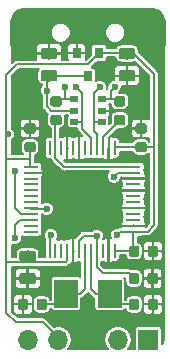
<source format=gbr>
G04 #@! TF.GenerationSoftware,KiCad,Pcbnew,5.0.2+dfsg1-1*
G04 #@! TF.CreationDate,2019-10-16T13:50:26+03:00*
G04 #@! TF.ProjectId,PocketAdmin,506f636b-6574-4416-946d-696e2e6b6963,1.2*
G04 #@! TF.SameCoordinates,PX7bfa480PY42c1d80*
G04 #@! TF.FileFunction,Copper,L2,Bot*
G04 #@! TF.FilePolarity,Positive*
%FSLAX46Y46*%
G04 Gerber Fmt 4.6, Leading zero omitted, Abs format (unit mm)*
G04 Created by KiCad (PCBNEW 5.0.2+dfsg1-1) date Wed 16 Oct 2019 01:50:26 PM MSK*
%MOMM*%
%LPD*%
G01*
G04 APERTURE LIST*
G04 #@! TA.AperFunction,Conductor*
%ADD10C,0.100000*%
G04 #@! TD*
G04 #@! TA.AperFunction,SMDPad,CuDef*
%ADD11C,0.875000*%
G04 #@! TD*
G04 #@! TA.AperFunction,ComponentPad*
%ADD12R,1.700000X1.700000*%
G04 #@! TD*
G04 #@! TA.AperFunction,ComponentPad*
%ADD13O,1.700000X1.700000*%
G04 #@! TD*
G04 #@! TA.AperFunction,ComponentPad*
%ADD14O,1.900000X3.500000*%
G04 #@! TD*
G04 #@! TA.AperFunction,SMDPad,CuDef*
%ADD15R,0.700000X0.510000*%
G04 #@! TD*
G04 #@! TA.AperFunction,SMDPad,CuDef*
%ADD16R,0.800000X0.900000*%
G04 #@! TD*
G04 #@! TA.AperFunction,SMDPad,CuDef*
%ADD17R,0.250000X1.300000*%
G04 #@! TD*
G04 #@! TA.AperFunction,SMDPad,CuDef*
%ADD18R,1.300000X0.250000*%
G04 #@! TD*
G04 #@! TA.AperFunction,SMDPad,CuDef*
%ADD19R,2.000000X2.400000*%
G04 #@! TD*
G04 #@! TA.AperFunction,SMDPad,CuDef*
%ADD20C,0.975000*%
G04 #@! TD*
G04 #@! TA.AperFunction,ViaPad*
%ADD21C,0.600000*%
G04 #@! TD*
G04 #@! TA.AperFunction,Conductor*
%ADD22C,0.200000*%
G04 #@! TD*
G04 #@! TA.AperFunction,Conductor*
%ADD23C,0.190000*%
G04 #@! TD*
G04 APERTURE END LIST*
D10*
G04 #@! TO.N,GND*
G04 #@! TO.C,C3*
G36*
X12277691Y-10776053D02*
X12298926Y-10779203D01*
X12319750Y-10784419D01*
X12339962Y-10791651D01*
X12359368Y-10800830D01*
X12377781Y-10811866D01*
X12395024Y-10824654D01*
X12410930Y-10839070D01*
X12425346Y-10854976D01*
X12438134Y-10872219D01*
X12449170Y-10890632D01*
X12458349Y-10910038D01*
X12465581Y-10930250D01*
X12470797Y-10951074D01*
X12473947Y-10972309D01*
X12475000Y-10993750D01*
X12475000Y-11431250D01*
X12473947Y-11452691D01*
X12470797Y-11473926D01*
X12465581Y-11494750D01*
X12458349Y-11514962D01*
X12449170Y-11534368D01*
X12438134Y-11552781D01*
X12425346Y-11570024D01*
X12410930Y-11585930D01*
X12395024Y-11600346D01*
X12377781Y-11613134D01*
X12359368Y-11624170D01*
X12339962Y-11633349D01*
X12319750Y-11640581D01*
X12298926Y-11645797D01*
X12277691Y-11648947D01*
X12256250Y-11650000D01*
X11743750Y-11650000D01*
X11722309Y-11648947D01*
X11701074Y-11645797D01*
X11680250Y-11640581D01*
X11660038Y-11633349D01*
X11640632Y-11624170D01*
X11622219Y-11613134D01*
X11604976Y-11600346D01*
X11589070Y-11585930D01*
X11574654Y-11570024D01*
X11561866Y-11552781D01*
X11550830Y-11534368D01*
X11541651Y-11514962D01*
X11534419Y-11494750D01*
X11529203Y-11473926D01*
X11526053Y-11452691D01*
X11525000Y-11431250D01*
X11525000Y-10993750D01*
X11526053Y-10972309D01*
X11529203Y-10951074D01*
X11534419Y-10930250D01*
X11541651Y-10910038D01*
X11550830Y-10890632D01*
X11561866Y-10872219D01*
X11574654Y-10854976D01*
X11589070Y-10839070D01*
X11604976Y-10824654D01*
X11622219Y-10811866D01*
X11640632Y-10800830D01*
X11660038Y-10791651D01*
X11680250Y-10784419D01*
X11701074Y-10779203D01*
X11722309Y-10776053D01*
X11743750Y-10775000D01*
X12256250Y-10775000D01*
X12277691Y-10776053D01*
X12277691Y-10776053D01*
G37*
D11*
G04 #@! TD*
G04 #@! TO.P,C3,1*
G04 #@! TO.N,GND*
X12000000Y-11212500D03*
D10*
G04 #@! TO.N,3.3V*
G04 #@! TO.C,C3*
G36*
X12277691Y-12351053D02*
X12298926Y-12354203D01*
X12319750Y-12359419D01*
X12339962Y-12366651D01*
X12359368Y-12375830D01*
X12377781Y-12386866D01*
X12395024Y-12399654D01*
X12410930Y-12414070D01*
X12425346Y-12429976D01*
X12438134Y-12447219D01*
X12449170Y-12465632D01*
X12458349Y-12485038D01*
X12465581Y-12505250D01*
X12470797Y-12526074D01*
X12473947Y-12547309D01*
X12475000Y-12568750D01*
X12475000Y-13006250D01*
X12473947Y-13027691D01*
X12470797Y-13048926D01*
X12465581Y-13069750D01*
X12458349Y-13089962D01*
X12449170Y-13109368D01*
X12438134Y-13127781D01*
X12425346Y-13145024D01*
X12410930Y-13160930D01*
X12395024Y-13175346D01*
X12377781Y-13188134D01*
X12359368Y-13199170D01*
X12339962Y-13208349D01*
X12319750Y-13215581D01*
X12298926Y-13220797D01*
X12277691Y-13223947D01*
X12256250Y-13225000D01*
X11743750Y-13225000D01*
X11722309Y-13223947D01*
X11701074Y-13220797D01*
X11680250Y-13215581D01*
X11660038Y-13208349D01*
X11640632Y-13199170D01*
X11622219Y-13188134D01*
X11604976Y-13175346D01*
X11589070Y-13160930D01*
X11574654Y-13145024D01*
X11561866Y-13127781D01*
X11550830Y-13109368D01*
X11541651Y-13089962D01*
X11534419Y-13069750D01*
X11529203Y-13048926D01*
X11526053Y-13027691D01*
X11525000Y-13006250D01*
X11525000Y-12568750D01*
X11526053Y-12547309D01*
X11529203Y-12526074D01*
X11534419Y-12505250D01*
X11541651Y-12485038D01*
X11550830Y-12465632D01*
X11561866Y-12447219D01*
X11574654Y-12429976D01*
X11589070Y-12414070D01*
X11604976Y-12399654D01*
X11622219Y-12386866D01*
X11640632Y-12375830D01*
X11660038Y-12366651D01*
X11680250Y-12359419D01*
X11701074Y-12354203D01*
X11722309Y-12351053D01*
X11743750Y-12350000D01*
X12256250Y-12350000D01*
X12277691Y-12351053D01*
X12277691Y-12351053D01*
G37*
D11*
G04 #@! TD*
G04 #@! TO.P,C3,2*
G04 #@! TO.N,3.3V*
X12000000Y-12787500D03*
D10*
G04 #@! TO.N,GND*
G04 #@! TO.C,C4*
G36*
X13227691Y-25626053D02*
X13248926Y-25629203D01*
X13269750Y-25634419D01*
X13289962Y-25641651D01*
X13309368Y-25650830D01*
X13327781Y-25661866D01*
X13345024Y-25674654D01*
X13360930Y-25689070D01*
X13375346Y-25704976D01*
X13388134Y-25722219D01*
X13399170Y-25740632D01*
X13408349Y-25760038D01*
X13415581Y-25780250D01*
X13420797Y-25801074D01*
X13423947Y-25822309D01*
X13425000Y-25843750D01*
X13425000Y-26356250D01*
X13423947Y-26377691D01*
X13420797Y-26398926D01*
X13415581Y-26419750D01*
X13408349Y-26439962D01*
X13399170Y-26459368D01*
X13388134Y-26477781D01*
X13375346Y-26495024D01*
X13360930Y-26510930D01*
X13345024Y-26525346D01*
X13327781Y-26538134D01*
X13309368Y-26549170D01*
X13289962Y-26558349D01*
X13269750Y-26565581D01*
X13248926Y-26570797D01*
X13227691Y-26573947D01*
X13206250Y-26575000D01*
X12768750Y-26575000D01*
X12747309Y-26573947D01*
X12726074Y-26570797D01*
X12705250Y-26565581D01*
X12685038Y-26558349D01*
X12665632Y-26549170D01*
X12647219Y-26538134D01*
X12629976Y-26525346D01*
X12614070Y-26510930D01*
X12599654Y-26495024D01*
X12586866Y-26477781D01*
X12575830Y-26459368D01*
X12566651Y-26439962D01*
X12559419Y-26419750D01*
X12554203Y-26398926D01*
X12551053Y-26377691D01*
X12550000Y-26356250D01*
X12550000Y-25843750D01*
X12551053Y-25822309D01*
X12554203Y-25801074D01*
X12559419Y-25780250D01*
X12566651Y-25760038D01*
X12575830Y-25740632D01*
X12586866Y-25722219D01*
X12599654Y-25704976D01*
X12614070Y-25689070D01*
X12629976Y-25674654D01*
X12647219Y-25661866D01*
X12665632Y-25650830D01*
X12685038Y-25641651D01*
X12705250Y-25634419D01*
X12726074Y-25629203D01*
X12747309Y-25626053D01*
X12768750Y-25625000D01*
X13206250Y-25625000D01*
X13227691Y-25626053D01*
X13227691Y-25626053D01*
G37*
D11*
G04 #@! TD*
G04 #@! TO.P,C4,2*
G04 #@! TO.N,GND*
X12987500Y-26100000D03*
D10*
G04 #@! TO.N,Net-(C4-Pad1)*
G04 #@! TO.C,C4*
G36*
X11652691Y-25626053D02*
X11673926Y-25629203D01*
X11694750Y-25634419D01*
X11714962Y-25641651D01*
X11734368Y-25650830D01*
X11752781Y-25661866D01*
X11770024Y-25674654D01*
X11785930Y-25689070D01*
X11800346Y-25704976D01*
X11813134Y-25722219D01*
X11824170Y-25740632D01*
X11833349Y-25760038D01*
X11840581Y-25780250D01*
X11845797Y-25801074D01*
X11848947Y-25822309D01*
X11850000Y-25843750D01*
X11850000Y-26356250D01*
X11848947Y-26377691D01*
X11845797Y-26398926D01*
X11840581Y-26419750D01*
X11833349Y-26439962D01*
X11824170Y-26459368D01*
X11813134Y-26477781D01*
X11800346Y-26495024D01*
X11785930Y-26510930D01*
X11770024Y-26525346D01*
X11752781Y-26538134D01*
X11734368Y-26549170D01*
X11714962Y-26558349D01*
X11694750Y-26565581D01*
X11673926Y-26570797D01*
X11652691Y-26573947D01*
X11631250Y-26575000D01*
X11193750Y-26575000D01*
X11172309Y-26573947D01*
X11151074Y-26570797D01*
X11130250Y-26565581D01*
X11110038Y-26558349D01*
X11090632Y-26549170D01*
X11072219Y-26538134D01*
X11054976Y-26525346D01*
X11039070Y-26510930D01*
X11024654Y-26495024D01*
X11011866Y-26477781D01*
X11000830Y-26459368D01*
X10991651Y-26439962D01*
X10984419Y-26419750D01*
X10979203Y-26398926D01*
X10976053Y-26377691D01*
X10975000Y-26356250D01*
X10975000Y-25843750D01*
X10976053Y-25822309D01*
X10979203Y-25801074D01*
X10984419Y-25780250D01*
X10991651Y-25760038D01*
X11000830Y-25740632D01*
X11011866Y-25722219D01*
X11024654Y-25704976D01*
X11039070Y-25689070D01*
X11054976Y-25674654D01*
X11072219Y-25661866D01*
X11090632Y-25650830D01*
X11110038Y-25641651D01*
X11130250Y-25634419D01*
X11151074Y-25629203D01*
X11172309Y-25626053D01*
X11193750Y-25625000D01*
X11631250Y-25625000D01*
X11652691Y-25626053D01*
X11652691Y-25626053D01*
G37*
D11*
G04 #@! TD*
G04 #@! TO.P,C4,1*
G04 #@! TO.N,Net-(C4-Pad1)*
X11412500Y-26100000D03*
D10*
G04 #@! TO.N,Net-(C5-Pad1)*
G04 #@! TO.C,C5*
G36*
X3827691Y-25626053D02*
X3848926Y-25629203D01*
X3869750Y-25634419D01*
X3889962Y-25641651D01*
X3909368Y-25650830D01*
X3927781Y-25661866D01*
X3945024Y-25674654D01*
X3960930Y-25689070D01*
X3975346Y-25704976D01*
X3988134Y-25722219D01*
X3999170Y-25740632D01*
X4008349Y-25760038D01*
X4015581Y-25780250D01*
X4020797Y-25801074D01*
X4023947Y-25822309D01*
X4025000Y-25843750D01*
X4025000Y-26356250D01*
X4023947Y-26377691D01*
X4020797Y-26398926D01*
X4015581Y-26419750D01*
X4008349Y-26439962D01*
X3999170Y-26459368D01*
X3988134Y-26477781D01*
X3975346Y-26495024D01*
X3960930Y-26510930D01*
X3945024Y-26525346D01*
X3927781Y-26538134D01*
X3909368Y-26549170D01*
X3889962Y-26558349D01*
X3869750Y-26565581D01*
X3848926Y-26570797D01*
X3827691Y-26573947D01*
X3806250Y-26575000D01*
X3368750Y-26575000D01*
X3347309Y-26573947D01*
X3326074Y-26570797D01*
X3305250Y-26565581D01*
X3285038Y-26558349D01*
X3265632Y-26549170D01*
X3247219Y-26538134D01*
X3229976Y-26525346D01*
X3214070Y-26510930D01*
X3199654Y-26495024D01*
X3186866Y-26477781D01*
X3175830Y-26459368D01*
X3166651Y-26439962D01*
X3159419Y-26419750D01*
X3154203Y-26398926D01*
X3151053Y-26377691D01*
X3150000Y-26356250D01*
X3150000Y-25843750D01*
X3151053Y-25822309D01*
X3154203Y-25801074D01*
X3159419Y-25780250D01*
X3166651Y-25760038D01*
X3175830Y-25740632D01*
X3186866Y-25722219D01*
X3199654Y-25704976D01*
X3214070Y-25689070D01*
X3229976Y-25674654D01*
X3247219Y-25661866D01*
X3265632Y-25650830D01*
X3285038Y-25641651D01*
X3305250Y-25634419D01*
X3326074Y-25629203D01*
X3347309Y-25626053D01*
X3368750Y-25625000D01*
X3806250Y-25625000D01*
X3827691Y-25626053D01*
X3827691Y-25626053D01*
G37*
D11*
G04 #@! TD*
G04 #@! TO.P,C5,1*
G04 #@! TO.N,Net-(C5-Pad1)*
X3587500Y-26100000D03*
D10*
G04 #@! TO.N,GND*
G04 #@! TO.C,C5*
G36*
X2252691Y-25626053D02*
X2273926Y-25629203D01*
X2294750Y-25634419D01*
X2314962Y-25641651D01*
X2334368Y-25650830D01*
X2352781Y-25661866D01*
X2370024Y-25674654D01*
X2385930Y-25689070D01*
X2400346Y-25704976D01*
X2413134Y-25722219D01*
X2424170Y-25740632D01*
X2433349Y-25760038D01*
X2440581Y-25780250D01*
X2445797Y-25801074D01*
X2448947Y-25822309D01*
X2450000Y-25843750D01*
X2450000Y-26356250D01*
X2448947Y-26377691D01*
X2445797Y-26398926D01*
X2440581Y-26419750D01*
X2433349Y-26439962D01*
X2424170Y-26459368D01*
X2413134Y-26477781D01*
X2400346Y-26495024D01*
X2385930Y-26510930D01*
X2370024Y-26525346D01*
X2352781Y-26538134D01*
X2334368Y-26549170D01*
X2314962Y-26558349D01*
X2294750Y-26565581D01*
X2273926Y-26570797D01*
X2252691Y-26573947D01*
X2231250Y-26575000D01*
X1793750Y-26575000D01*
X1772309Y-26573947D01*
X1751074Y-26570797D01*
X1730250Y-26565581D01*
X1710038Y-26558349D01*
X1690632Y-26549170D01*
X1672219Y-26538134D01*
X1654976Y-26525346D01*
X1639070Y-26510930D01*
X1624654Y-26495024D01*
X1611866Y-26477781D01*
X1600830Y-26459368D01*
X1591651Y-26439962D01*
X1584419Y-26419750D01*
X1579203Y-26398926D01*
X1576053Y-26377691D01*
X1575000Y-26356250D01*
X1575000Y-25843750D01*
X1576053Y-25822309D01*
X1579203Y-25801074D01*
X1584419Y-25780250D01*
X1591651Y-25760038D01*
X1600830Y-25740632D01*
X1611866Y-25722219D01*
X1624654Y-25704976D01*
X1639070Y-25689070D01*
X1654976Y-25674654D01*
X1672219Y-25661866D01*
X1690632Y-25650830D01*
X1710038Y-25641651D01*
X1730250Y-25634419D01*
X1751074Y-25629203D01*
X1772309Y-25626053D01*
X1793750Y-25625000D01*
X2231250Y-25625000D01*
X2252691Y-25626053D01*
X2252691Y-25626053D01*
G37*
D11*
G04 #@! TD*
G04 #@! TO.P,C5,2*
G04 #@! TO.N,GND*
X2012500Y-26100000D03*
D10*
G04 #@! TO.N,3.3V*
G04 #@! TO.C,C6*
G36*
X2877691Y-12351053D02*
X2898926Y-12354203D01*
X2919750Y-12359419D01*
X2939962Y-12366651D01*
X2959368Y-12375830D01*
X2977781Y-12386866D01*
X2995024Y-12399654D01*
X3010930Y-12414070D01*
X3025346Y-12429976D01*
X3038134Y-12447219D01*
X3049170Y-12465632D01*
X3058349Y-12485038D01*
X3065581Y-12505250D01*
X3070797Y-12526074D01*
X3073947Y-12547309D01*
X3075000Y-12568750D01*
X3075000Y-13006250D01*
X3073947Y-13027691D01*
X3070797Y-13048926D01*
X3065581Y-13069750D01*
X3058349Y-13089962D01*
X3049170Y-13109368D01*
X3038134Y-13127781D01*
X3025346Y-13145024D01*
X3010930Y-13160930D01*
X2995024Y-13175346D01*
X2977781Y-13188134D01*
X2959368Y-13199170D01*
X2939962Y-13208349D01*
X2919750Y-13215581D01*
X2898926Y-13220797D01*
X2877691Y-13223947D01*
X2856250Y-13225000D01*
X2343750Y-13225000D01*
X2322309Y-13223947D01*
X2301074Y-13220797D01*
X2280250Y-13215581D01*
X2260038Y-13208349D01*
X2240632Y-13199170D01*
X2222219Y-13188134D01*
X2204976Y-13175346D01*
X2189070Y-13160930D01*
X2174654Y-13145024D01*
X2161866Y-13127781D01*
X2150830Y-13109368D01*
X2141651Y-13089962D01*
X2134419Y-13069750D01*
X2129203Y-13048926D01*
X2126053Y-13027691D01*
X2125000Y-13006250D01*
X2125000Y-12568750D01*
X2126053Y-12547309D01*
X2129203Y-12526074D01*
X2134419Y-12505250D01*
X2141651Y-12485038D01*
X2150830Y-12465632D01*
X2161866Y-12447219D01*
X2174654Y-12429976D01*
X2189070Y-12414070D01*
X2204976Y-12399654D01*
X2222219Y-12386866D01*
X2240632Y-12375830D01*
X2260038Y-12366651D01*
X2280250Y-12359419D01*
X2301074Y-12354203D01*
X2322309Y-12351053D01*
X2343750Y-12350000D01*
X2856250Y-12350000D01*
X2877691Y-12351053D01*
X2877691Y-12351053D01*
G37*
D11*
G04 #@! TD*
G04 #@! TO.P,C6,2*
G04 #@! TO.N,3.3V*
X2600000Y-12787500D03*
D10*
G04 #@! TO.N,GND*
G04 #@! TO.C,C6*
G36*
X2877691Y-10776053D02*
X2898926Y-10779203D01*
X2919750Y-10784419D01*
X2939962Y-10791651D01*
X2959368Y-10800830D01*
X2977781Y-10811866D01*
X2995024Y-10824654D01*
X3010930Y-10839070D01*
X3025346Y-10854976D01*
X3038134Y-10872219D01*
X3049170Y-10890632D01*
X3058349Y-10910038D01*
X3065581Y-10930250D01*
X3070797Y-10951074D01*
X3073947Y-10972309D01*
X3075000Y-10993750D01*
X3075000Y-11431250D01*
X3073947Y-11452691D01*
X3070797Y-11473926D01*
X3065581Y-11494750D01*
X3058349Y-11514962D01*
X3049170Y-11534368D01*
X3038134Y-11552781D01*
X3025346Y-11570024D01*
X3010930Y-11585930D01*
X2995024Y-11600346D01*
X2977781Y-11613134D01*
X2959368Y-11624170D01*
X2939962Y-11633349D01*
X2919750Y-11640581D01*
X2898926Y-11645797D01*
X2877691Y-11648947D01*
X2856250Y-11650000D01*
X2343750Y-11650000D01*
X2322309Y-11648947D01*
X2301074Y-11645797D01*
X2280250Y-11640581D01*
X2260038Y-11633349D01*
X2240632Y-11624170D01*
X2222219Y-11613134D01*
X2204976Y-11600346D01*
X2189070Y-11585930D01*
X2174654Y-11570024D01*
X2161866Y-11552781D01*
X2150830Y-11534368D01*
X2141651Y-11514962D01*
X2134419Y-11494750D01*
X2129203Y-11473926D01*
X2126053Y-11452691D01*
X2125000Y-11431250D01*
X2125000Y-10993750D01*
X2126053Y-10972309D01*
X2129203Y-10951074D01*
X2134419Y-10930250D01*
X2141651Y-10910038D01*
X2150830Y-10890632D01*
X2161866Y-10872219D01*
X2174654Y-10854976D01*
X2189070Y-10839070D01*
X2204976Y-10824654D01*
X2222219Y-10811866D01*
X2240632Y-10800830D01*
X2260038Y-10791651D01*
X2280250Y-10784419D01*
X2301074Y-10779203D01*
X2322309Y-10776053D01*
X2343750Y-10775000D01*
X2856250Y-10775000D01*
X2877691Y-10776053D01*
X2877691Y-10776053D01*
G37*
D11*
G04 #@! TD*
G04 #@! TO.P,C6,1*
G04 #@! TO.N,GND*
X2600000Y-11212500D03*
D10*
G04 #@! TO.N,GND*
G04 #@! TO.C,C7*
G36*
X13227691Y-21126053D02*
X13248926Y-21129203D01*
X13269750Y-21134419D01*
X13289962Y-21141651D01*
X13309368Y-21150830D01*
X13327781Y-21161866D01*
X13345024Y-21174654D01*
X13360930Y-21189070D01*
X13375346Y-21204976D01*
X13388134Y-21222219D01*
X13399170Y-21240632D01*
X13408349Y-21260038D01*
X13415581Y-21280250D01*
X13420797Y-21301074D01*
X13423947Y-21322309D01*
X13425000Y-21343750D01*
X13425000Y-21856250D01*
X13423947Y-21877691D01*
X13420797Y-21898926D01*
X13415581Y-21919750D01*
X13408349Y-21939962D01*
X13399170Y-21959368D01*
X13388134Y-21977781D01*
X13375346Y-21995024D01*
X13360930Y-22010930D01*
X13345024Y-22025346D01*
X13327781Y-22038134D01*
X13309368Y-22049170D01*
X13289962Y-22058349D01*
X13269750Y-22065581D01*
X13248926Y-22070797D01*
X13227691Y-22073947D01*
X13206250Y-22075000D01*
X12768750Y-22075000D01*
X12747309Y-22073947D01*
X12726074Y-22070797D01*
X12705250Y-22065581D01*
X12685038Y-22058349D01*
X12665632Y-22049170D01*
X12647219Y-22038134D01*
X12629976Y-22025346D01*
X12614070Y-22010930D01*
X12599654Y-21995024D01*
X12586866Y-21977781D01*
X12575830Y-21959368D01*
X12566651Y-21939962D01*
X12559419Y-21919750D01*
X12554203Y-21898926D01*
X12551053Y-21877691D01*
X12550000Y-21856250D01*
X12550000Y-21343750D01*
X12551053Y-21322309D01*
X12554203Y-21301074D01*
X12559419Y-21280250D01*
X12566651Y-21260038D01*
X12575830Y-21240632D01*
X12586866Y-21222219D01*
X12599654Y-21204976D01*
X12614070Y-21189070D01*
X12629976Y-21174654D01*
X12647219Y-21161866D01*
X12665632Y-21150830D01*
X12685038Y-21141651D01*
X12705250Y-21134419D01*
X12726074Y-21129203D01*
X12747309Y-21126053D01*
X12768750Y-21125000D01*
X13206250Y-21125000D01*
X13227691Y-21126053D01*
X13227691Y-21126053D01*
G37*
D11*
G04 #@! TD*
G04 #@! TO.P,C7,1*
G04 #@! TO.N,GND*
X12987500Y-21600000D03*
D10*
G04 #@! TO.N,3.3V*
G04 #@! TO.C,C7*
G36*
X11652691Y-21126053D02*
X11673926Y-21129203D01*
X11694750Y-21134419D01*
X11714962Y-21141651D01*
X11734368Y-21150830D01*
X11752781Y-21161866D01*
X11770024Y-21174654D01*
X11785930Y-21189070D01*
X11800346Y-21204976D01*
X11813134Y-21222219D01*
X11824170Y-21240632D01*
X11833349Y-21260038D01*
X11840581Y-21280250D01*
X11845797Y-21301074D01*
X11848947Y-21322309D01*
X11850000Y-21343750D01*
X11850000Y-21856250D01*
X11848947Y-21877691D01*
X11845797Y-21898926D01*
X11840581Y-21919750D01*
X11833349Y-21939962D01*
X11824170Y-21959368D01*
X11813134Y-21977781D01*
X11800346Y-21995024D01*
X11785930Y-22010930D01*
X11770024Y-22025346D01*
X11752781Y-22038134D01*
X11734368Y-22049170D01*
X11714962Y-22058349D01*
X11694750Y-22065581D01*
X11673926Y-22070797D01*
X11652691Y-22073947D01*
X11631250Y-22075000D01*
X11193750Y-22075000D01*
X11172309Y-22073947D01*
X11151074Y-22070797D01*
X11130250Y-22065581D01*
X11110038Y-22058349D01*
X11090632Y-22049170D01*
X11072219Y-22038134D01*
X11054976Y-22025346D01*
X11039070Y-22010930D01*
X11024654Y-21995024D01*
X11011866Y-21977781D01*
X11000830Y-21959368D01*
X10991651Y-21939962D01*
X10984419Y-21919750D01*
X10979203Y-21898926D01*
X10976053Y-21877691D01*
X10975000Y-21856250D01*
X10975000Y-21343750D01*
X10976053Y-21322309D01*
X10979203Y-21301074D01*
X10984419Y-21280250D01*
X10991651Y-21260038D01*
X11000830Y-21240632D01*
X11011866Y-21222219D01*
X11024654Y-21204976D01*
X11039070Y-21189070D01*
X11054976Y-21174654D01*
X11072219Y-21161866D01*
X11090632Y-21150830D01*
X11110038Y-21141651D01*
X11130250Y-21134419D01*
X11151074Y-21129203D01*
X11172309Y-21126053D01*
X11193750Y-21125000D01*
X11631250Y-21125000D01*
X11652691Y-21126053D01*
X11652691Y-21126053D01*
G37*
D11*
G04 #@! TD*
G04 #@! TO.P,C7,2*
G04 #@! TO.N,3.3V*
X11412500Y-21600000D03*
D12*
G04 #@! TO.P,CON1,1*
G04 #@! TO.N,swclk*
X12600000Y-29100000D03*
D13*
G04 #@! TO.P,CON1,2*
G04 #@! TO.N,swdio*
X10060000Y-29100000D03*
G04 #@! TO.P,CON1,3*
G04 #@! TO.N,GND*
X7520000Y-29100000D03*
G04 #@! TO.P,CON1,4*
G04 #@! TO.N,3.3V*
X4980000Y-29100000D03*
G04 #@! TO.P,CON1,5*
G04 #@! TO.N,Net-(CON1-Pad5)*
X2440000Y-29100000D03*
G04 #@! TD*
D14*
G04 #@! TO.P,J1,5*
G04 #@! TO.N,GND*
X1800000Y-3100000D03*
X13200000Y-3100000D03*
G04 #@! TD*
D10*
G04 #@! TO.N,swclk*
G04 #@! TO.C,R1*
G36*
X5077691Y-8476053D02*
X5098926Y-8479203D01*
X5119750Y-8484419D01*
X5139962Y-8491651D01*
X5159368Y-8500830D01*
X5177781Y-8511866D01*
X5195024Y-8524654D01*
X5210930Y-8539070D01*
X5225346Y-8554976D01*
X5238134Y-8572219D01*
X5249170Y-8590632D01*
X5258349Y-8610038D01*
X5265581Y-8630250D01*
X5270797Y-8651074D01*
X5273947Y-8672309D01*
X5275000Y-8693750D01*
X5275000Y-9131250D01*
X5273947Y-9152691D01*
X5270797Y-9173926D01*
X5265581Y-9194750D01*
X5258349Y-9214962D01*
X5249170Y-9234368D01*
X5238134Y-9252781D01*
X5225346Y-9270024D01*
X5210930Y-9285930D01*
X5195024Y-9300346D01*
X5177781Y-9313134D01*
X5159368Y-9324170D01*
X5139962Y-9333349D01*
X5119750Y-9340581D01*
X5098926Y-9345797D01*
X5077691Y-9348947D01*
X5056250Y-9350000D01*
X4543750Y-9350000D01*
X4522309Y-9348947D01*
X4501074Y-9345797D01*
X4480250Y-9340581D01*
X4460038Y-9333349D01*
X4440632Y-9324170D01*
X4422219Y-9313134D01*
X4404976Y-9300346D01*
X4389070Y-9285930D01*
X4374654Y-9270024D01*
X4361866Y-9252781D01*
X4350830Y-9234368D01*
X4341651Y-9214962D01*
X4334419Y-9194750D01*
X4329203Y-9173926D01*
X4326053Y-9152691D01*
X4325000Y-9131250D01*
X4325000Y-8693750D01*
X4326053Y-8672309D01*
X4329203Y-8651074D01*
X4334419Y-8630250D01*
X4341651Y-8610038D01*
X4350830Y-8590632D01*
X4361866Y-8572219D01*
X4374654Y-8554976D01*
X4389070Y-8539070D01*
X4404976Y-8524654D01*
X4422219Y-8511866D01*
X4440632Y-8500830D01*
X4460038Y-8491651D01*
X4480250Y-8484419D01*
X4501074Y-8479203D01*
X4522309Y-8476053D01*
X4543750Y-8475000D01*
X5056250Y-8475000D01*
X5077691Y-8476053D01*
X5077691Y-8476053D01*
G37*
D11*
G04 #@! TD*
G04 #@! TO.P,R1,1*
G04 #@! TO.N,swclk*
X4800000Y-8912500D03*
D10*
G04 #@! TO.N,nc1*
G04 #@! TO.C,R1*
G36*
X5077691Y-10051053D02*
X5098926Y-10054203D01*
X5119750Y-10059419D01*
X5139962Y-10066651D01*
X5159368Y-10075830D01*
X5177781Y-10086866D01*
X5195024Y-10099654D01*
X5210930Y-10114070D01*
X5225346Y-10129976D01*
X5238134Y-10147219D01*
X5249170Y-10165632D01*
X5258349Y-10185038D01*
X5265581Y-10205250D01*
X5270797Y-10226074D01*
X5273947Y-10247309D01*
X5275000Y-10268750D01*
X5275000Y-10706250D01*
X5273947Y-10727691D01*
X5270797Y-10748926D01*
X5265581Y-10769750D01*
X5258349Y-10789962D01*
X5249170Y-10809368D01*
X5238134Y-10827781D01*
X5225346Y-10845024D01*
X5210930Y-10860930D01*
X5195024Y-10875346D01*
X5177781Y-10888134D01*
X5159368Y-10899170D01*
X5139962Y-10908349D01*
X5119750Y-10915581D01*
X5098926Y-10920797D01*
X5077691Y-10923947D01*
X5056250Y-10925000D01*
X4543750Y-10925000D01*
X4522309Y-10923947D01*
X4501074Y-10920797D01*
X4480250Y-10915581D01*
X4460038Y-10908349D01*
X4440632Y-10899170D01*
X4422219Y-10888134D01*
X4404976Y-10875346D01*
X4389070Y-10860930D01*
X4374654Y-10845024D01*
X4361866Y-10827781D01*
X4350830Y-10809368D01*
X4341651Y-10789962D01*
X4334419Y-10769750D01*
X4329203Y-10748926D01*
X4326053Y-10727691D01*
X4325000Y-10706250D01*
X4325000Y-10268750D01*
X4326053Y-10247309D01*
X4329203Y-10226074D01*
X4334419Y-10205250D01*
X4341651Y-10185038D01*
X4350830Y-10165632D01*
X4361866Y-10147219D01*
X4374654Y-10129976D01*
X4389070Y-10114070D01*
X4404976Y-10099654D01*
X4422219Y-10086866D01*
X4440632Y-10075830D01*
X4460038Y-10066651D01*
X4480250Y-10059419D01*
X4501074Y-10054203D01*
X4522309Y-10051053D01*
X4543750Y-10050000D01*
X5056250Y-10050000D01*
X5077691Y-10051053D01*
X5077691Y-10051053D01*
G37*
D11*
G04 #@! TD*
G04 #@! TO.P,R1,2*
G04 #@! TO.N,nc1*
X4800000Y-10487500D03*
D10*
G04 #@! TO.N,Net-(R2-Pad2)*
G04 #@! TO.C,R2*
G36*
X10477691Y-10051053D02*
X10498926Y-10054203D01*
X10519750Y-10059419D01*
X10539962Y-10066651D01*
X10559368Y-10075830D01*
X10577781Y-10086866D01*
X10595024Y-10099654D01*
X10610930Y-10114070D01*
X10625346Y-10129976D01*
X10638134Y-10147219D01*
X10649170Y-10165632D01*
X10658349Y-10185038D01*
X10665581Y-10205250D01*
X10670797Y-10226074D01*
X10673947Y-10247309D01*
X10675000Y-10268750D01*
X10675000Y-10706250D01*
X10673947Y-10727691D01*
X10670797Y-10748926D01*
X10665581Y-10769750D01*
X10658349Y-10789962D01*
X10649170Y-10809368D01*
X10638134Y-10827781D01*
X10625346Y-10845024D01*
X10610930Y-10860930D01*
X10595024Y-10875346D01*
X10577781Y-10888134D01*
X10559368Y-10899170D01*
X10539962Y-10908349D01*
X10519750Y-10915581D01*
X10498926Y-10920797D01*
X10477691Y-10923947D01*
X10456250Y-10925000D01*
X9943750Y-10925000D01*
X9922309Y-10923947D01*
X9901074Y-10920797D01*
X9880250Y-10915581D01*
X9860038Y-10908349D01*
X9840632Y-10899170D01*
X9822219Y-10888134D01*
X9804976Y-10875346D01*
X9789070Y-10860930D01*
X9774654Y-10845024D01*
X9761866Y-10827781D01*
X9750830Y-10809368D01*
X9741651Y-10789962D01*
X9734419Y-10769750D01*
X9729203Y-10748926D01*
X9726053Y-10727691D01*
X9725000Y-10706250D01*
X9725000Y-10268750D01*
X9726053Y-10247309D01*
X9729203Y-10226074D01*
X9734419Y-10205250D01*
X9741651Y-10185038D01*
X9750830Y-10165632D01*
X9761866Y-10147219D01*
X9774654Y-10129976D01*
X9789070Y-10114070D01*
X9804976Y-10099654D01*
X9822219Y-10086866D01*
X9840632Y-10075830D01*
X9860038Y-10066651D01*
X9880250Y-10059419D01*
X9901074Y-10054203D01*
X9922309Y-10051053D01*
X9943750Y-10050000D01*
X10456250Y-10050000D01*
X10477691Y-10051053D01*
X10477691Y-10051053D01*
G37*
D11*
G04 #@! TD*
G04 #@! TO.P,R2,2*
G04 #@! TO.N,Net-(R2-Pad2)*
X10200000Y-10487500D03*
D10*
G04 #@! TO.N,swdio*
G04 #@! TO.C,R2*
G36*
X10477691Y-8476053D02*
X10498926Y-8479203D01*
X10519750Y-8484419D01*
X10539962Y-8491651D01*
X10559368Y-8500830D01*
X10577781Y-8511866D01*
X10595024Y-8524654D01*
X10610930Y-8539070D01*
X10625346Y-8554976D01*
X10638134Y-8572219D01*
X10649170Y-8590632D01*
X10658349Y-8610038D01*
X10665581Y-8630250D01*
X10670797Y-8651074D01*
X10673947Y-8672309D01*
X10675000Y-8693750D01*
X10675000Y-9131250D01*
X10673947Y-9152691D01*
X10670797Y-9173926D01*
X10665581Y-9194750D01*
X10658349Y-9214962D01*
X10649170Y-9234368D01*
X10638134Y-9252781D01*
X10625346Y-9270024D01*
X10610930Y-9285930D01*
X10595024Y-9300346D01*
X10577781Y-9313134D01*
X10559368Y-9324170D01*
X10539962Y-9333349D01*
X10519750Y-9340581D01*
X10498926Y-9345797D01*
X10477691Y-9348947D01*
X10456250Y-9350000D01*
X9943750Y-9350000D01*
X9922309Y-9348947D01*
X9901074Y-9345797D01*
X9880250Y-9340581D01*
X9860038Y-9333349D01*
X9840632Y-9324170D01*
X9822219Y-9313134D01*
X9804976Y-9300346D01*
X9789070Y-9285930D01*
X9774654Y-9270024D01*
X9761866Y-9252781D01*
X9750830Y-9234368D01*
X9741651Y-9214962D01*
X9734419Y-9194750D01*
X9729203Y-9173926D01*
X9726053Y-9152691D01*
X9725000Y-9131250D01*
X9725000Y-8693750D01*
X9726053Y-8672309D01*
X9729203Y-8651074D01*
X9734419Y-8630250D01*
X9741651Y-8610038D01*
X9750830Y-8590632D01*
X9761866Y-8572219D01*
X9774654Y-8554976D01*
X9789070Y-8539070D01*
X9804976Y-8524654D01*
X9822219Y-8511866D01*
X9840632Y-8500830D01*
X9860038Y-8491651D01*
X9880250Y-8484419D01*
X9901074Y-8479203D01*
X9922309Y-8476053D01*
X9943750Y-8475000D01*
X10456250Y-8475000D01*
X10477691Y-8476053D01*
X10477691Y-8476053D01*
G37*
D11*
G04 #@! TD*
G04 #@! TO.P,R2,1*
G04 #@! TO.N,swdio*
X10200000Y-8912500D03*
D15*
G04 #@! TO.P,U1,1*
G04 #@! TO.N,swdio*
X8660000Y-8750000D03*
G04 #@! TO.P,U1,2*
G04 #@! TO.N,GND*
X8660000Y-9700000D03*
G04 #@! TO.P,U1,3*
G04 #@! TO.N,d+*
X8660000Y-10650000D03*
G04 #@! TO.P,U1,4*
G04 #@! TO.N,d-*
X6340000Y-10650000D03*
G04 #@! TO.P,U1,5*
G04 #@! TO.N,5V*
X6340000Y-9700000D03*
G04 #@! TO.P,U1,6*
G04 #@! TO.N,swclk*
X6340000Y-8750000D03*
G04 #@! TD*
D16*
G04 #@! TO.P,U2,1*
G04 #@! TO.N,GND*
X6550000Y-4800000D03*
G04 #@! TO.P,U2,2*
G04 #@! TO.N,3.3V*
X8450000Y-4800000D03*
G04 #@! TO.P,U2,3*
G04 #@! TO.N,5V*
X7500000Y-6800000D03*
G04 #@! TD*
D17*
G04 #@! TO.P,U3,1*
G04 #@! TO.N,3.3V*
X9750000Y-21550000D03*
G04 #@! TO.P,U3,2*
G04 #@! TO.N,GND*
X9250000Y-21550000D03*
G04 #@! TO.P,U3,3*
G04 #@! TO.N,Net-(U3-Pad3)*
X8750000Y-21550000D03*
G04 #@! TO.P,U3,4*
G04 #@! TO.N,nrst*
X8250000Y-21550000D03*
G04 #@! TO.P,U3,5*
G04 #@! TO.N,Net-(C4-Pad1)*
X7750000Y-21550000D03*
G04 #@! TO.P,U3,6*
G04 #@! TO.N,Net-(C5-Pad1)*
X7250000Y-21550000D03*
G04 #@! TO.P,U3,7*
G04 #@! TO.N,nrst*
X6750000Y-21550000D03*
G04 #@! TO.P,U3,8*
G04 #@! TO.N,GND*
X6250000Y-21550000D03*
G04 #@! TO.P,U3,9*
G04 #@! TO.N,3.3V*
X5750000Y-21550000D03*
G04 #@! TO.P,U3,10*
G04 #@! TO.N,Net-(U3-Pad10)*
X5250000Y-21550000D03*
G04 #@! TO.P,U3,11*
G04 #@! TO.N,Net-(U3-Pad11)*
X4750000Y-21550000D03*
G04 #@! TO.P,U3,12*
G04 #@! TO.N,Net-(C10-Pad2)*
X4250000Y-21550000D03*
D18*
G04 #@! TO.P,U3,13*
G04 #@! TO.N,Net-(U3-Pad13)*
X2650000Y-19950000D03*
G04 #@! TO.P,U3,14*
G04 #@! TO.N,Net-(U3-Pad14)*
X2650000Y-19450000D03*
G04 #@! TO.P,U3,15*
G04 #@! TO.N,sck*
X2650000Y-18950000D03*
G04 #@! TO.P,U3,16*
G04 #@! TO.N,miso*
X2650000Y-18450000D03*
G04 #@! TO.P,U3,17*
G04 #@! TO.N,mosi*
X2650000Y-17950000D03*
G04 #@! TO.P,U3,18*
G04 #@! TO.N,Net-(U3-Pad18)*
X2650000Y-17450000D03*
G04 #@! TO.P,U3,19*
G04 #@! TO.N,Net-(U3-Pad19)*
X2650000Y-16950000D03*
G04 #@! TO.P,U3,20*
G04 #@! TO.N,Net-(U3-Pad20)*
X2650000Y-16450000D03*
G04 #@! TO.P,U3,21*
G04 #@! TO.N,Net-(U3-Pad21)*
X2650000Y-15950000D03*
G04 #@! TO.P,U3,22*
G04 #@! TO.N,Net-(U3-Pad22)*
X2650000Y-15450000D03*
G04 #@! TO.P,U3,23*
G04 #@! TO.N,GND*
X2650000Y-14950000D03*
G04 #@! TO.P,U3,24*
G04 #@! TO.N,3.3V*
X2650000Y-14450000D03*
D17*
G04 #@! TO.P,U3,25*
G04 #@! TO.N,Net-(U3-Pad25)*
X4250000Y-12850000D03*
G04 #@! TO.P,U3,26*
G04 #@! TO.N,nc1*
X4750000Y-12850000D03*
G04 #@! TO.P,U3,27*
G04 #@! TO.N,Net-(U3-Pad27)*
X5250000Y-12850000D03*
G04 #@! TO.P,U3,28*
G04 #@! TO.N,GND*
X5750000Y-12850000D03*
G04 #@! TO.P,U3,29*
G04 #@! TO.N,Net-(U3-Pad29)*
X6250000Y-12850000D03*
G04 #@! TO.P,U3,30*
G04 #@! TO.N,GND*
X6750000Y-12850000D03*
G04 #@! TO.P,U3,31*
G04 #@! TO.N,Net-(U3-Pad31)*
X7250000Y-12850000D03*
G04 #@! TO.P,U3,32*
G04 #@! TO.N,d-*
X7750000Y-12850000D03*
G04 #@! TO.P,U3,33*
G04 #@! TO.N,d+*
X8250000Y-12850000D03*
G04 #@! TO.P,U3,34*
G04 #@! TO.N,Net-(R2-Pad2)*
X8750000Y-12850000D03*
G04 #@! TO.P,U3,35*
G04 #@! TO.N,GND*
X9250000Y-12850000D03*
G04 #@! TO.P,U3,36*
G04 #@! TO.N,3.3V*
X9750000Y-12850000D03*
D18*
G04 #@! TO.P,U3,37*
G04 #@! TO.N,nc1*
X11350000Y-14450000D03*
G04 #@! TO.P,U3,38*
G04 #@! TO.N,cs*
X11350000Y-14950000D03*
G04 #@! TO.P,U3,39*
G04 #@! TO.N,GND*
X11350000Y-15450000D03*
G04 #@! TO.P,U3,40*
G04 #@! TO.N,Net-(U3-Pad40)*
X11350000Y-15950000D03*
G04 #@! TO.P,U3,41*
G04 #@! TO.N,GND*
X11350000Y-16450000D03*
G04 #@! TO.P,U3,42*
G04 #@! TO.N,Net-(U3-Pad42)*
X11350000Y-16950000D03*
G04 #@! TO.P,U3,43*
G04 #@! TO.N,Net-(U3-Pad43)*
X11350000Y-17450000D03*
G04 #@! TO.P,U3,44*
G04 #@! TO.N,GND*
X11350000Y-17950000D03*
G04 #@! TO.P,U3,45*
G04 #@! TO.N,Net-(U3-Pad45)*
X11350000Y-18450000D03*
G04 #@! TO.P,U3,46*
G04 #@! TO.N,Net-(U3-Pad46)*
X11350000Y-18950000D03*
G04 #@! TO.P,U3,47*
G04 #@! TO.N,GND*
X11350000Y-19450000D03*
G04 #@! TO.P,U3,48*
G04 #@! TO.N,3.3V*
X11350000Y-19950000D03*
G04 #@! TD*
D19*
G04 #@! TO.P,Y1,1*
G04 #@! TO.N,Net-(C4-Pad1)*
X9350000Y-25200000D03*
G04 #@! TO.P,Y1,2*
G04 #@! TO.N,Net-(C5-Pad1)*
X5650000Y-25200000D03*
G04 #@! TD*
D10*
G04 #@! TO.N,nrst*
G04 #@! TO.C,C11*
G36*
X11640191Y-23426053D02*
X11661426Y-23429203D01*
X11682250Y-23434419D01*
X11702462Y-23441651D01*
X11721868Y-23450830D01*
X11740281Y-23461866D01*
X11757524Y-23474654D01*
X11773430Y-23489070D01*
X11787846Y-23504976D01*
X11800634Y-23522219D01*
X11811670Y-23540632D01*
X11820849Y-23560038D01*
X11828081Y-23580250D01*
X11833297Y-23601074D01*
X11836447Y-23622309D01*
X11837500Y-23643750D01*
X11837500Y-24156250D01*
X11836447Y-24177691D01*
X11833297Y-24198926D01*
X11828081Y-24219750D01*
X11820849Y-24239962D01*
X11811670Y-24259368D01*
X11800634Y-24277781D01*
X11787846Y-24295024D01*
X11773430Y-24310930D01*
X11757524Y-24325346D01*
X11740281Y-24338134D01*
X11721868Y-24349170D01*
X11702462Y-24358349D01*
X11682250Y-24365581D01*
X11661426Y-24370797D01*
X11640191Y-24373947D01*
X11618750Y-24375000D01*
X11181250Y-24375000D01*
X11159809Y-24373947D01*
X11138574Y-24370797D01*
X11117750Y-24365581D01*
X11097538Y-24358349D01*
X11078132Y-24349170D01*
X11059719Y-24338134D01*
X11042476Y-24325346D01*
X11026570Y-24310930D01*
X11012154Y-24295024D01*
X10999366Y-24277781D01*
X10988330Y-24259368D01*
X10979151Y-24239962D01*
X10971919Y-24219750D01*
X10966703Y-24198926D01*
X10963553Y-24177691D01*
X10962500Y-24156250D01*
X10962500Y-23643750D01*
X10963553Y-23622309D01*
X10966703Y-23601074D01*
X10971919Y-23580250D01*
X10979151Y-23560038D01*
X10988330Y-23540632D01*
X10999366Y-23522219D01*
X11012154Y-23504976D01*
X11026570Y-23489070D01*
X11042476Y-23474654D01*
X11059719Y-23461866D01*
X11078132Y-23450830D01*
X11097538Y-23441651D01*
X11117750Y-23434419D01*
X11138574Y-23429203D01*
X11159809Y-23426053D01*
X11181250Y-23425000D01*
X11618750Y-23425000D01*
X11640191Y-23426053D01*
X11640191Y-23426053D01*
G37*
D11*
G04 #@! TD*
G04 #@! TO.P,C11,1*
G04 #@! TO.N,nrst*
X11400000Y-23900000D03*
D10*
G04 #@! TO.N,GND*
G04 #@! TO.C,C11*
G36*
X13215191Y-23426053D02*
X13236426Y-23429203D01*
X13257250Y-23434419D01*
X13277462Y-23441651D01*
X13296868Y-23450830D01*
X13315281Y-23461866D01*
X13332524Y-23474654D01*
X13348430Y-23489070D01*
X13362846Y-23504976D01*
X13375634Y-23522219D01*
X13386670Y-23540632D01*
X13395849Y-23560038D01*
X13403081Y-23580250D01*
X13408297Y-23601074D01*
X13411447Y-23622309D01*
X13412500Y-23643750D01*
X13412500Y-24156250D01*
X13411447Y-24177691D01*
X13408297Y-24198926D01*
X13403081Y-24219750D01*
X13395849Y-24239962D01*
X13386670Y-24259368D01*
X13375634Y-24277781D01*
X13362846Y-24295024D01*
X13348430Y-24310930D01*
X13332524Y-24325346D01*
X13315281Y-24338134D01*
X13296868Y-24349170D01*
X13277462Y-24358349D01*
X13257250Y-24365581D01*
X13236426Y-24370797D01*
X13215191Y-24373947D01*
X13193750Y-24375000D01*
X12756250Y-24375000D01*
X12734809Y-24373947D01*
X12713574Y-24370797D01*
X12692750Y-24365581D01*
X12672538Y-24358349D01*
X12653132Y-24349170D01*
X12634719Y-24338134D01*
X12617476Y-24325346D01*
X12601570Y-24310930D01*
X12587154Y-24295024D01*
X12574366Y-24277781D01*
X12563330Y-24259368D01*
X12554151Y-24239962D01*
X12546919Y-24219750D01*
X12541703Y-24198926D01*
X12538553Y-24177691D01*
X12537500Y-24156250D01*
X12537500Y-23643750D01*
X12538553Y-23622309D01*
X12541703Y-23601074D01*
X12546919Y-23580250D01*
X12554151Y-23560038D01*
X12563330Y-23540632D01*
X12574366Y-23522219D01*
X12587154Y-23504976D01*
X12601570Y-23489070D01*
X12617476Y-23474654D01*
X12634719Y-23461866D01*
X12653132Y-23450830D01*
X12672538Y-23441651D01*
X12692750Y-23434419D01*
X12713574Y-23429203D01*
X12734809Y-23426053D01*
X12756250Y-23425000D01*
X13193750Y-23425000D01*
X13215191Y-23426053D01*
X13215191Y-23426053D01*
G37*
D11*
G04 #@! TD*
G04 #@! TO.P,C11,2*
G04 #@! TO.N,GND*
X12975000Y-23900000D03*
D10*
G04 #@! TO.N,5V*
G04 #@! TO.C,C1*
G36*
X4680142Y-6251174D02*
X4703803Y-6254684D01*
X4727007Y-6260496D01*
X4749529Y-6268554D01*
X4771153Y-6278782D01*
X4791670Y-6291079D01*
X4810883Y-6305329D01*
X4828607Y-6321393D01*
X4844671Y-6339117D01*
X4858921Y-6358330D01*
X4871218Y-6378847D01*
X4881446Y-6400471D01*
X4889504Y-6422993D01*
X4895316Y-6446197D01*
X4898826Y-6469858D01*
X4900000Y-6493750D01*
X4900000Y-6981250D01*
X4898826Y-7005142D01*
X4895316Y-7028803D01*
X4889504Y-7052007D01*
X4881446Y-7074529D01*
X4871218Y-7096153D01*
X4858921Y-7116670D01*
X4844671Y-7135883D01*
X4828607Y-7153607D01*
X4810883Y-7169671D01*
X4791670Y-7183921D01*
X4771153Y-7196218D01*
X4749529Y-7206446D01*
X4727007Y-7214504D01*
X4703803Y-7220316D01*
X4680142Y-7223826D01*
X4656250Y-7225000D01*
X3743750Y-7225000D01*
X3719858Y-7223826D01*
X3696197Y-7220316D01*
X3672993Y-7214504D01*
X3650471Y-7206446D01*
X3628847Y-7196218D01*
X3608330Y-7183921D01*
X3589117Y-7169671D01*
X3571393Y-7153607D01*
X3555329Y-7135883D01*
X3541079Y-7116670D01*
X3528782Y-7096153D01*
X3518554Y-7074529D01*
X3510496Y-7052007D01*
X3504684Y-7028803D01*
X3501174Y-7005142D01*
X3500000Y-6981250D01*
X3500000Y-6493750D01*
X3501174Y-6469858D01*
X3504684Y-6446197D01*
X3510496Y-6422993D01*
X3518554Y-6400471D01*
X3528782Y-6378847D01*
X3541079Y-6358330D01*
X3555329Y-6339117D01*
X3571393Y-6321393D01*
X3589117Y-6305329D01*
X3608330Y-6291079D01*
X3628847Y-6278782D01*
X3650471Y-6268554D01*
X3672993Y-6260496D01*
X3696197Y-6254684D01*
X3719858Y-6251174D01*
X3743750Y-6250000D01*
X4656250Y-6250000D01*
X4680142Y-6251174D01*
X4680142Y-6251174D01*
G37*
D20*
G04 #@! TD*
G04 #@! TO.P,C1,1*
G04 #@! TO.N,5V*
X4200000Y-6737500D03*
D10*
G04 #@! TO.N,GND*
G04 #@! TO.C,C1*
G36*
X4680142Y-4376174D02*
X4703803Y-4379684D01*
X4727007Y-4385496D01*
X4749529Y-4393554D01*
X4771153Y-4403782D01*
X4791670Y-4416079D01*
X4810883Y-4430329D01*
X4828607Y-4446393D01*
X4844671Y-4464117D01*
X4858921Y-4483330D01*
X4871218Y-4503847D01*
X4881446Y-4525471D01*
X4889504Y-4547993D01*
X4895316Y-4571197D01*
X4898826Y-4594858D01*
X4900000Y-4618750D01*
X4900000Y-5106250D01*
X4898826Y-5130142D01*
X4895316Y-5153803D01*
X4889504Y-5177007D01*
X4881446Y-5199529D01*
X4871218Y-5221153D01*
X4858921Y-5241670D01*
X4844671Y-5260883D01*
X4828607Y-5278607D01*
X4810883Y-5294671D01*
X4791670Y-5308921D01*
X4771153Y-5321218D01*
X4749529Y-5331446D01*
X4727007Y-5339504D01*
X4703803Y-5345316D01*
X4680142Y-5348826D01*
X4656250Y-5350000D01*
X3743750Y-5350000D01*
X3719858Y-5348826D01*
X3696197Y-5345316D01*
X3672993Y-5339504D01*
X3650471Y-5331446D01*
X3628847Y-5321218D01*
X3608330Y-5308921D01*
X3589117Y-5294671D01*
X3571393Y-5278607D01*
X3555329Y-5260883D01*
X3541079Y-5241670D01*
X3528782Y-5221153D01*
X3518554Y-5199529D01*
X3510496Y-5177007D01*
X3504684Y-5153803D01*
X3501174Y-5130142D01*
X3500000Y-5106250D01*
X3500000Y-4618750D01*
X3501174Y-4594858D01*
X3504684Y-4571197D01*
X3510496Y-4547993D01*
X3518554Y-4525471D01*
X3528782Y-4503847D01*
X3541079Y-4483330D01*
X3555329Y-4464117D01*
X3571393Y-4446393D01*
X3589117Y-4430329D01*
X3608330Y-4416079D01*
X3628847Y-4403782D01*
X3650471Y-4393554D01*
X3672993Y-4385496D01*
X3696197Y-4379684D01*
X3719858Y-4376174D01*
X3743750Y-4375000D01*
X4656250Y-4375000D01*
X4680142Y-4376174D01*
X4680142Y-4376174D01*
G37*
D20*
G04 #@! TD*
G04 #@! TO.P,C1,2*
G04 #@! TO.N,GND*
X4200000Y-4862500D03*
D10*
G04 #@! TO.N,3.3V*
G04 #@! TO.C,C2*
G36*
X11280142Y-4376174D02*
X11303803Y-4379684D01*
X11327007Y-4385496D01*
X11349529Y-4393554D01*
X11371153Y-4403782D01*
X11391670Y-4416079D01*
X11410883Y-4430329D01*
X11428607Y-4446393D01*
X11444671Y-4464117D01*
X11458921Y-4483330D01*
X11471218Y-4503847D01*
X11481446Y-4525471D01*
X11489504Y-4547993D01*
X11495316Y-4571197D01*
X11498826Y-4594858D01*
X11500000Y-4618750D01*
X11500000Y-5106250D01*
X11498826Y-5130142D01*
X11495316Y-5153803D01*
X11489504Y-5177007D01*
X11481446Y-5199529D01*
X11471218Y-5221153D01*
X11458921Y-5241670D01*
X11444671Y-5260883D01*
X11428607Y-5278607D01*
X11410883Y-5294671D01*
X11391670Y-5308921D01*
X11371153Y-5321218D01*
X11349529Y-5331446D01*
X11327007Y-5339504D01*
X11303803Y-5345316D01*
X11280142Y-5348826D01*
X11256250Y-5350000D01*
X10343750Y-5350000D01*
X10319858Y-5348826D01*
X10296197Y-5345316D01*
X10272993Y-5339504D01*
X10250471Y-5331446D01*
X10228847Y-5321218D01*
X10208330Y-5308921D01*
X10189117Y-5294671D01*
X10171393Y-5278607D01*
X10155329Y-5260883D01*
X10141079Y-5241670D01*
X10128782Y-5221153D01*
X10118554Y-5199529D01*
X10110496Y-5177007D01*
X10104684Y-5153803D01*
X10101174Y-5130142D01*
X10100000Y-5106250D01*
X10100000Y-4618750D01*
X10101174Y-4594858D01*
X10104684Y-4571197D01*
X10110496Y-4547993D01*
X10118554Y-4525471D01*
X10128782Y-4503847D01*
X10141079Y-4483330D01*
X10155329Y-4464117D01*
X10171393Y-4446393D01*
X10189117Y-4430329D01*
X10208330Y-4416079D01*
X10228847Y-4403782D01*
X10250471Y-4393554D01*
X10272993Y-4385496D01*
X10296197Y-4379684D01*
X10319858Y-4376174D01*
X10343750Y-4375000D01*
X11256250Y-4375000D01*
X11280142Y-4376174D01*
X11280142Y-4376174D01*
G37*
D20*
G04 #@! TD*
G04 #@! TO.P,C2,1*
G04 #@! TO.N,3.3V*
X10800000Y-4862500D03*
D10*
G04 #@! TO.N,GND*
G04 #@! TO.C,C2*
G36*
X11280142Y-6251174D02*
X11303803Y-6254684D01*
X11327007Y-6260496D01*
X11349529Y-6268554D01*
X11371153Y-6278782D01*
X11391670Y-6291079D01*
X11410883Y-6305329D01*
X11428607Y-6321393D01*
X11444671Y-6339117D01*
X11458921Y-6358330D01*
X11471218Y-6378847D01*
X11481446Y-6400471D01*
X11489504Y-6422993D01*
X11495316Y-6446197D01*
X11498826Y-6469858D01*
X11500000Y-6493750D01*
X11500000Y-6981250D01*
X11498826Y-7005142D01*
X11495316Y-7028803D01*
X11489504Y-7052007D01*
X11481446Y-7074529D01*
X11471218Y-7096153D01*
X11458921Y-7116670D01*
X11444671Y-7135883D01*
X11428607Y-7153607D01*
X11410883Y-7169671D01*
X11391670Y-7183921D01*
X11371153Y-7196218D01*
X11349529Y-7206446D01*
X11327007Y-7214504D01*
X11303803Y-7220316D01*
X11280142Y-7223826D01*
X11256250Y-7225000D01*
X10343750Y-7225000D01*
X10319858Y-7223826D01*
X10296197Y-7220316D01*
X10272993Y-7214504D01*
X10250471Y-7206446D01*
X10228847Y-7196218D01*
X10208330Y-7183921D01*
X10189117Y-7169671D01*
X10171393Y-7153607D01*
X10155329Y-7135883D01*
X10141079Y-7116670D01*
X10128782Y-7096153D01*
X10118554Y-7074529D01*
X10110496Y-7052007D01*
X10104684Y-7028803D01*
X10101174Y-7005142D01*
X10100000Y-6981250D01*
X10100000Y-6493750D01*
X10101174Y-6469858D01*
X10104684Y-6446197D01*
X10110496Y-6422993D01*
X10118554Y-6400471D01*
X10128782Y-6378847D01*
X10141079Y-6358330D01*
X10155329Y-6339117D01*
X10171393Y-6321393D01*
X10189117Y-6305329D01*
X10208330Y-6291079D01*
X10228847Y-6278782D01*
X10250471Y-6268554D01*
X10272993Y-6260496D01*
X10296197Y-6254684D01*
X10319858Y-6251174D01*
X10343750Y-6250000D01*
X11256250Y-6250000D01*
X11280142Y-6251174D01*
X11280142Y-6251174D01*
G37*
D20*
G04 #@! TD*
G04 #@! TO.P,C2,2*
G04 #@! TO.N,GND*
X10800000Y-6737500D03*
D10*
G04 #@! TO.N,GND*
G04 #@! TO.C,C8*
G36*
X2870142Y-23423674D02*
X2893803Y-23427184D01*
X2917007Y-23432996D01*
X2939529Y-23441054D01*
X2961153Y-23451282D01*
X2981670Y-23463579D01*
X3000883Y-23477829D01*
X3018607Y-23493893D01*
X3034671Y-23511617D01*
X3048921Y-23530830D01*
X3061218Y-23551347D01*
X3071446Y-23572971D01*
X3079504Y-23595493D01*
X3085316Y-23618697D01*
X3088826Y-23642358D01*
X3090000Y-23666250D01*
X3090000Y-24153750D01*
X3088826Y-24177642D01*
X3085316Y-24201303D01*
X3079504Y-24224507D01*
X3071446Y-24247029D01*
X3061218Y-24268653D01*
X3048921Y-24289170D01*
X3034671Y-24308383D01*
X3018607Y-24326107D01*
X3000883Y-24342171D01*
X2981670Y-24356421D01*
X2961153Y-24368718D01*
X2939529Y-24378946D01*
X2917007Y-24387004D01*
X2893803Y-24392816D01*
X2870142Y-24396326D01*
X2846250Y-24397500D01*
X1933750Y-24397500D01*
X1909858Y-24396326D01*
X1886197Y-24392816D01*
X1862993Y-24387004D01*
X1840471Y-24378946D01*
X1818847Y-24368718D01*
X1798330Y-24356421D01*
X1779117Y-24342171D01*
X1761393Y-24326107D01*
X1745329Y-24308383D01*
X1731079Y-24289170D01*
X1718782Y-24268653D01*
X1708554Y-24247029D01*
X1700496Y-24224507D01*
X1694684Y-24201303D01*
X1691174Y-24177642D01*
X1690000Y-24153750D01*
X1690000Y-23666250D01*
X1691174Y-23642358D01*
X1694684Y-23618697D01*
X1700496Y-23595493D01*
X1708554Y-23572971D01*
X1718782Y-23551347D01*
X1731079Y-23530830D01*
X1745329Y-23511617D01*
X1761393Y-23493893D01*
X1779117Y-23477829D01*
X1798330Y-23463579D01*
X1818847Y-23451282D01*
X1840471Y-23441054D01*
X1862993Y-23432996D01*
X1886197Y-23427184D01*
X1909858Y-23423674D01*
X1933750Y-23422500D01*
X2846250Y-23422500D01*
X2870142Y-23423674D01*
X2870142Y-23423674D01*
G37*
D20*
G04 #@! TD*
G04 #@! TO.P,C8,2*
G04 #@! TO.N,GND*
X2390000Y-23910000D03*
D10*
G04 #@! TO.N,3.3V*
G04 #@! TO.C,C8*
G36*
X2870142Y-21548674D02*
X2893803Y-21552184D01*
X2917007Y-21557996D01*
X2939529Y-21566054D01*
X2961153Y-21576282D01*
X2981670Y-21588579D01*
X3000883Y-21602829D01*
X3018607Y-21618893D01*
X3034671Y-21636617D01*
X3048921Y-21655830D01*
X3061218Y-21676347D01*
X3071446Y-21697971D01*
X3079504Y-21720493D01*
X3085316Y-21743697D01*
X3088826Y-21767358D01*
X3090000Y-21791250D01*
X3090000Y-22278750D01*
X3088826Y-22302642D01*
X3085316Y-22326303D01*
X3079504Y-22349507D01*
X3071446Y-22372029D01*
X3061218Y-22393653D01*
X3048921Y-22414170D01*
X3034671Y-22433383D01*
X3018607Y-22451107D01*
X3000883Y-22467171D01*
X2981670Y-22481421D01*
X2961153Y-22493718D01*
X2939529Y-22503946D01*
X2917007Y-22512004D01*
X2893803Y-22517816D01*
X2870142Y-22521326D01*
X2846250Y-22522500D01*
X1933750Y-22522500D01*
X1909858Y-22521326D01*
X1886197Y-22517816D01*
X1862993Y-22512004D01*
X1840471Y-22503946D01*
X1818847Y-22493718D01*
X1798330Y-22481421D01*
X1779117Y-22467171D01*
X1761393Y-22451107D01*
X1745329Y-22433383D01*
X1731079Y-22414170D01*
X1718782Y-22393653D01*
X1708554Y-22372029D01*
X1700496Y-22349507D01*
X1694684Y-22326303D01*
X1691174Y-22302642D01*
X1690000Y-22278750D01*
X1690000Y-21791250D01*
X1691174Y-21767358D01*
X1694684Y-21743697D01*
X1700496Y-21720493D01*
X1708554Y-21697971D01*
X1718782Y-21676347D01*
X1731079Y-21655830D01*
X1745329Y-21636617D01*
X1761393Y-21618893D01*
X1779117Y-21602829D01*
X1798330Y-21588579D01*
X1818847Y-21576282D01*
X1840471Y-21566054D01*
X1862993Y-21557996D01*
X1886197Y-21552184D01*
X1909858Y-21548674D01*
X1933750Y-21547500D01*
X2846250Y-21547500D01*
X2870142Y-21548674D01*
X2870142Y-21548674D01*
G37*
D20*
G04 #@! TD*
G04 #@! TO.P,C8,1*
G04 #@! TO.N,3.3V*
X2390000Y-22035000D03*
D21*
G04 #@! TO.N,3.3V*
X700000Y-11700000D03*
X10000000Y-20200000D03*
G04 #@! TO.N,GND*
X11000000Y-8000000D03*
X4000000Y-15300000D03*
X6300000Y-20300000D03*
X10000000Y-19400000D03*
X2600000Y-9900000D03*
X3700000Y-24300000D03*
X13100000Y-25000000D03*
X5700000Y-11500000D03*
X12000000Y-9900002D03*
G04 #@! TO.N,5V*
X4000000Y-8000000D03*
G04 #@! TO.N,swclk*
X5600000Y-7700000D03*
G04 #@! TO.N,swdio*
X9750000Y-7700000D03*
G04 #@! TO.N,d-*
X6500000Y-7700000D03*
G04 #@! TO.N,d+*
X8500000Y-7700000D03*
G04 #@! TO.N,sck*
X1300000Y-20500000D03*
G04 #@! TO.N,miso*
X1300000Y-14800000D03*
G04 #@! TO.N,mosi*
X4000000Y-18000000D03*
G04 #@! TO.N,cs*
X9700000Y-15300000D03*
G04 #@! TO.N,Net-(C10-Pad2)*
X4350000Y-20250000D03*
G04 #@! TO.N,nrst*
X8250000Y-20300000D03*
G04 #@! TD*
D22*
G04 #@! TO.N,3.3V*
X11350000Y-21537500D02*
X11412500Y-21600000D01*
X11350000Y-19950000D02*
X11350000Y-21537500D01*
X11362500Y-21550000D02*
X11412500Y-21600000D01*
X9750000Y-21550000D02*
X11362500Y-21550000D01*
X2600000Y-14400000D02*
X2650000Y-14450000D01*
X2600000Y-13800000D02*
X2600000Y-14400000D01*
X2600000Y-12787500D02*
X2600000Y-13800000D01*
X2600000Y-13800000D02*
X600000Y-13800000D01*
X5615001Y-22500001D02*
X2987501Y-22500001D01*
X5750000Y-22365002D02*
X5615001Y-22500001D01*
X5750000Y-21550000D02*
X5750000Y-22365002D01*
X600001Y-22500001D02*
X600000Y-22500000D01*
X2987501Y-22500001D02*
X600001Y-22500001D01*
X600000Y-22500000D02*
X600000Y-13800000D01*
X2987501Y-22500001D02*
X2987500Y-22500000D01*
X2987500Y-22500000D02*
X2400000Y-22500000D01*
X11350000Y-19950000D02*
X10250000Y-19950000D01*
X10250000Y-19950000D02*
X10000000Y-20200000D01*
X1400000Y-27600000D02*
X600000Y-26800000D01*
X600000Y-26800000D02*
X600000Y-22500000D01*
X4960000Y-28900000D02*
X3660000Y-27600000D01*
X3660000Y-27600000D02*
X1400000Y-27600000D01*
X12550000Y-19950000D02*
X11350000Y-19950000D01*
X13100000Y-12800000D02*
X13100000Y-19400000D01*
X13100000Y-19400000D02*
X12550000Y-19950000D01*
X9812500Y-12787500D02*
X9750000Y-12850000D01*
X13087500Y-12787500D02*
X9812500Y-12787500D01*
X10687500Y-4800000D02*
X10800000Y-4912500D01*
X11425000Y-4912500D02*
X13100000Y-6587500D01*
X10800000Y-4912500D02*
X11425000Y-4912500D01*
X13100000Y-6587500D02*
X13100000Y-12800000D01*
X8450000Y-4800000D02*
X10687500Y-4800000D01*
X13100000Y-12800000D02*
X13087500Y-12787500D01*
X2390000Y-22490000D02*
X2400000Y-22500000D01*
X2390000Y-22035000D02*
X2390000Y-22490000D01*
X7524990Y-5775010D02*
X8450000Y-4850000D01*
X1524990Y-5775010D02*
X7524990Y-5775010D01*
X1100000Y-6200000D02*
X1524990Y-5775010D01*
X600000Y-6700000D02*
X1100000Y-6200000D01*
X600000Y-13800000D02*
X600000Y-11700000D01*
X600000Y-11700000D02*
X600000Y-6700000D01*
X8450000Y-4850000D02*
X8450000Y-4800000D01*
G04 #@! TO.N,GND*
X2650000Y-14950000D02*
X3650000Y-14950000D01*
X3650000Y-14950000D02*
X4000000Y-15300000D01*
X6250000Y-21550000D02*
X6250000Y-20350000D01*
X6250000Y-20350000D02*
X6300000Y-20300000D01*
X11350000Y-19450000D02*
X10050000Y-19450000D01*
X10050000Y-19450000D02*
X10000000Y-19400000D01*
X2600000Y-11212500D02*
X2600000Y-10200000D01*
X12000000Y-11212500D02*
X12000000Y-9900002D01*
X9250000Y-12850000D02*
X9250000Y-12050000D01*
X9250000Y-12050000D02*
X9500000Y-11800000D01*
G04 #@! TO.N,5V*
X4312500Y-6800000D02*
X4200000Y-6687500D01*
X7500000Y-6800000D02*
X4312500Y-6800000D01*
X4000000Y-6887500D02*
X4200000Y-6687500D01*
X4000000Y-8000000D02*
X4000000Y-6887500D01*
X4000000Y-8424264D02*
X4000000Y-8000000D01*
X4378860Y-9700000D02*
X4000000Y-9321140D01*
X4000000Y-9321140D02*
X4000000Y-8424264D01*
X6340000Y-9700000D02*
X4378860Y-9700000D01*
G04 #@! TO.N,swclk*
X4862500Y-8750000D02*
X4800000Y-8812500D01*
X5600000Y-8750000D02*
X4862500Y-8750000D01*
X6340000Y-8750000D02*
X5600000Y-8750000D01*
X5600000Y-8750000D02*
X5600000Y-7700000D01*
G04 #@! TO.N,swdio*
X10137500Y-8750000D02*
X10200000Y-8812500D01*
X9400000Y-8750000D02*
X10137500Y-8750000D01*
X8660000Y-8750000D02*
X9400000Y-8750000D01*
X9450001Y-8699999D02*
X9400000Y-8750000D01*
X9450001Y-7999999D02*
X9450001Y-8699999D01*
X9750000Y-7700000D02*
X9450001Y-7999999D01*
G04 #@! TO.N,d-*
X6990001Y-10650000D02*
X6340000Y-10650000D01*
X6500000Y-7700000D02*
X6990001Y-8190001D01*
X6990001Y-8190001D02*
X6990001Y-10650000D01*
X6990001Y-11240001D02*
X6990001Y-10650000D01*
X7750000Y-12000000D02*
X6990001Y-11240001D01*
X7750000Y-12850000D02*
X7750000Y-12000000D01*
G04 #@! TO.N,d+*
X8500000Y-7700000D02*
X8009999Y-8190001D01*
X8009999Y-10650000D02*
X8660000Y-10650000D01*
X8009999Y-8190001D02*
X8009999Y-10650000D01*
X8250000Y-11650000D02*
X8250000Y-12000000D01*
X8009999Y-10650000D02*
X8009999Y-11409999D01*
X8250000Y-12000000D02*
X8250000Y-12850000D01*
X8009999Y-11409999D02*
X8250000Y-11650000D01*
G04 #@! TO.N,Net-(C4-Pad1)*
X10250000Y-25700000D02*
X9350000Y-24800000D01*
X11412500Y-26100000D02*
X10250000Y-26100000D01*
X8150000Y-25200000D02*
X9350000Y-25200000D01*
X7750000Y-21550000D02*
X7750000Y-24800000D01*
X7750000Y-24800000D02*
X8150000Y-25200000D01*
G04 #@! TO.N,Net-(C5-Pad1)*
X6850000Y-25200000D02*
X5650000Y-25200000D01*
X7250000Y-24800000D02*
X6850000Y-25200000D01*
X4750000Y-25700000D02*
X5650000Y-24800000D01*
X3587500Y-26100000D02*
X4750000Y-26100000D01*
X7250000Y-21550000D02*
X7250000Y-24800000D01*
G04 #@! TO.N,Net-(R2-Pad2)*
X10100000Y-10600000D02*
X8750000Y-11950000D01*
X10200000Y-10600000D02*
X10100000Y-10600000D01*
X8750000Y-11950000D02*
X8750000Y-12850000D01*
G04 #@! TO.N,sck*
X1300000Y-19400000D02*
X1300000Y-20500000D01*
X2650000Y-18950000D02*
X1750000Y-18950000D01*
X1750000Y-18950000D02*
X1300000Y-19400000D01*
G04 #@! TO.N,miso*
X1300000Y-17950000D02*
X1300000Y-14800000D01*
X2650000Y-18450000D02*
X1800000Y-18450000D01*
X1800000Y-18450000D02*
X1300000Y-17950000D01*
G04 #@! TO.N,mosi*
X2700000Y-18000000D02*
X2650000Y-17950000D01*
X4000000Y-18000000D02*
X2700000Y-18000000D01*
G04 #@! TO.N,cs*
X10050000Y-14950000D02*
X9700000Y-15300000D01*
X11350000Y-14950000D02*
X10050000Y-14950000D01*
G04 #@! TO.N,Net-(C10-Pad2)*
X4250000Y-20350000D02*
X4350000Y-20250000D01*
X4250000Y-21550000D02*
X4250000Y-20350000D01*
G04 #@! TO.N,nrst*
X8250000Y-21550000D02*
X8250000Y-20300000D01*
X7825736Y-20300000D02*
X8250000Y-20300000D01*
X7150000Y-20300000D02*
X7825736Y-20300000D01*
X6750000Y-20700000D02*
X7150000Y-20300000D01*
X6750000Y-21550000D02*
X6750000Y-20700000D01*
X8250000Y-21550000D02*
X8250000Y-22950000D01*
X10938388Y-23438388D02*
X11400000Y-23900000D01*
X8738388Y-23438388D02*
X10938388Y-23438388D01*
X8250000Y-22950000D02*
X8738388Y-23438388D01*
G04 #@! TO.N,nc1*
X4750000Y-10487500D02*
X4750000Y-12800000D01*
X10500000Y-14450000D02*
X11350000Y-14450000D01*
X5500000Y-14450000D02*
X10500000Y-14450000D01*
X4750000Y-13700000D02*
X5500000Y-14450000D01*
X4750000Y-12850000D02*
X4750000Y-13700000D01*
G04 #@! TD*
D23*
G04 #@! TO.N,GND*
G36*
X13345616Y-1165608D02*
X13638616Y-1361384D01*
X13834392Y-1654384D01*
X13905000Y-2009358D01*
X13905000Y-28990642D01*
X13834392Y-29345616D01*
X13750779Y-29470752D01*
X13750779Y-28250000D01*
X13727884Y-28134897D01*
X13662683Y-28037317D01*
X13565103Y-27972116D01*
X13450000Y-27949221D01*
X11750000Y-27949221D01*
X11634897Y-27972116D01*
X11537317Y-28037317D01*
X11472116Y-28134897D01*
X11449221Y-28250000D01*
X11449221Y-29905000D01*
X10899194Y-29905000D01*
X11138566Y-29546757D01*
X11227431Y-29100000D01*
X11138566Y-28653243D01*
X10885498Y-28274502D01*
X10506757Y-28021434D01*
X10172769Y-27955000D01*
X9947231Y-27955000D01*
X9613243Y-28021434D01*
X9234502Y-28274502D01*
X8981434Y-28653243D01*
X8892569Y-29100000D01*
X8981434Y-29546757D01*
X9220806Y-29905000D01*
X5819194Y-29905000D01*
X6058566Y-29546757D01*
X6147431Y-29100000D01*
X6058566Y-28653243D01*
X5805498Y-28274502D01*
X5426757Y-28021434D01*
X5092769Y-27955000D01*
X4867231Y-27955000D01*
X4622328Y-28003714D01*
X3966816Y-27348202D01*
X3944779Y-27315221D01*
X3814121Y-27227919D01*
X3698901Y-27205000D01*
X3660000Y-27197262D01*
X3621099Y-27205000D01*
X1563614Y-27205000D01*
X1095000Y-26736386D01*
X1095000Y-26208750D01*
X1180000Y-26208750D01*
X1180000Y-26653571D01*
X1240135Y-26798750D01*
X1351251Y-26909865D01*
X1496430Y-26970000D01*
X1903750Y-26970000D01*
X2002500Y-26871250D01*
X2002500Y-26110000D01*
X2022500Y-26110000D01*
X2022500Y-26871250D01*
X2121250Y-26970000D01*
X2528570Y-26970000D01*
X2673749Y-26909865D01*
X2784865Y-26798750D01*
X2845000Y-26653571D01*
X2845000Y-26208750D01*
X2746250Y-26110000D01*
X2022500Y-26110000D01*
X2002500Y-26110000D01*
X1278750Y-26110000D01*
X1180000Y-26208750D01*
X1095000Y-26208750D01*
X1095000Y-25546429D01*
X1180000Y-25546429D01*
X1180000Y-25991250D01*
X1278750Y-26090000D01*
X2002500Y-26090000D01*
X2002500Y-25328750D01*
X2022500Y-25328750D01*
X2022500Y-26090000D01*
X2746250Y-26090000D01*
X2845000Y-25991250D01*
X2845000Y-25843750D01*
X2849221Y-25843750D01*
X2849221Y-26356250D01*
X2888768Y-26555065D01*
X3001388Y-26723612D01*
X3169935Y-26836232D01*
X3368750Y-26875779D01*
X3806250Y-26875779D01*
X4005065Y-26836232D01*
X4173612Y-26723612D01*
X4286232Y-26555065D01*
X4298180Y-26495000D01*
X4368117Y-26495000D01*
X4372116Y-26515103D01*
X4437317Y-26612683D01*
X4534897Y-26677884D01*
X4650000Y-26700779D01*
X6650000Y-26700779D01*
X6765103Y-26677884D01*
X6862683Y-26612683D01*
X6927884Y-26515103D01*
X6950779Y-26400000D01*
X6950779Y-25582692D01*
X7004121Y-25572081D01*
X7134779Y-25484779D01*
X7156816Y-25451798D01*
X7500000Y-25108615D01*
X7843186Y-25451801D01*
X7865221Y-25484779D01*
X7995879Y-25572081D01*
X8049221Y-25582692D01*
X8049221Y-26400000D01*
X8072116Y-26515103D01*
X8137317Y-26612683D01*
X8234897Y-26677884D01*
X8350000Y-26700779D01*
X10350000Y-26700779D01*
X10465103Y-26677884D01*
X10562683Y-26612683D01*
X10627884Y-26515103D01*
X10631883Y-26495000D01*
X10701820Y-26495000D01*
X10713768Y-26555065D01*
X10826388Y-26723612D01*
X10994935Y-26836232D01*
X11193750Y-26875779D01*
X11631250Y-26875779D01*
X11830065Y-26836232D01*
X11998612Y-26723612D01*
X12111232Y-26555065D01*
X12150779Y-26356250D01*
X12150779Y-26208750D01*
X12155000Y-26208750D01*
X12155000Y-26653571D01*
X12215135Y-26798750D01*
X12326251Y-26909865D01*
X12471430Y-26970000D01*
X12878750Y-26970000D01*
X12977500Y-26871250D01*
X12977500Y-26110000D01*
X12997500Y-26110000D01*
X12997500Y-26871250D01*
X13096250Y-26970000D01*
X13503570Y-26970000D01*
X13648749Y-26909865D01*
X13759865Y-26798750D01*
X13820000Y-26653571D01*
X13820000Y-26208750D01*
X13721250Y-26110000D01*
X12997500Y-26110000D01*
X12977500Y-26110000D01*
X12253750Y-26110000D01*
X12155000Y-26208750D01*
X12150779Y-26208750D01*
X12150779Y-25843750D01*
X12111232Y-25644935D01*
X12045413Y-25546429D01*
X12155000Y-25546429D01*
X12155000Y-25991250D01*
X12253750Y-26090000D01*
X12977500Y-26090000D01*
X12977500Y-25328750D01*
X12997500Y-25328750D01*
X12997500Y-26090000D01*
X13721250Y-26090000D01*
X13820000Y-25991250D01*
X13820000Y-25546429D01*
X13759865Y-25401250D01*
X13648749Y-25290135D01*
X13503570Y-25230000D01*
X13096250Y-25230000D01*
X12997500Y-25328750D01*
X12977500Y-25328750D01*
X12878750Y-25230000D01*
X12471430Y-25230000D01*
X12326251Y-25290135D01*
X12215135Y-25401250D01*
X12155000Y-25546429D01*
X12045413Y-25546429D01*
X11998612Y-25476388D01*
X11830065Y-25363768D01*
X11631250Y-25324221D01*
X11193750Y-25324221D01*
X10994935Y-25363768D01*
X10826388Y-25476388D01*
X10713768Y-25644935D01*
X10701820Y-25705000D01*
X10651743Y-25705000D01*
X10652738Y-25699999D01*
X10650779Y-25690151D01*
X10650779Y-24000000D01*
X10627884Y-23884897D01*
X10593467Y-23833388D01*
X10661721Y-23833388D01*
X10661721Y-24156250D01*
X10701268Y-24355065D01*
X10813888Y-24523612D01*
X10982435Y-24636232D01*
X11181250Y-24675779D01*
X11618750Y-24675779D01*
X11817565Y-24636232D01*
X11986112Y-24523612D01*
X12098732Y-24355065D01*
X12138279Y-24156250D01*
X12138279Y-24008750D01*
X12142500Y-24008750D01*
X12142500Y-24453571D01*
X12202635Y-24598750D01*
X12313751Y-24709865D01*
X12458930Y-24770000D01*
X12866250Y-24770000D01*
X12965000Y-24671250D01*
X12965000Y-23910000D01*
X12985000Y-23910000D01*
X12985000Y-24671250D01*
X13083750Y-24770000D01*
X13491070Y-24770000D01*
X13636249Y-24709865D01*
X13747365Y-24598750D01*
X13807500Y-24453571D01*
X13807500Y-24008750D01*
X13708750Y-23910000D01*
X12985000Y-23910000D01*
X12965000Y-23910000D01*
X12241250Y-23910000D01*
X12142500Y-24008750D01*
X12138279Y-24008750D01*
X12138279Y-23643750D01*
X12098732Y-23444935D01*
X12032913Y-23346429D01*
X12142500Y-23346429D01*
X12142500Y-23791250D01*
X12241250Y-23890000D01*
X12965000Y-23890000D01*
X12965000Y-23128750D01*
X12985000Y-23128750D01*
X12985000Y-23890000D01*
X13708750Y-23890000D01*
X13807500Y-23791250D01*
X13807500Y-23346429D01*
X13747365Y-23201250D01*
X13636249Y-23090135D01*
X13491070Y-23030000D01*
X13083750Y-23030000D01*
X12985000Y-23128750D01*
X12965000Y-23128750D01*
X12866250Y-23030000D01*
X12458930Y-23030000D01*
X12313751Y-23090135D01*
X12202635Y-23201250D01*
X12142500Y-23346429D01*
X12032913Y-23346429D01*
X11986112Y-23276388D01*
X11817565Y-23163768D01*
X11618750Y-23124221D01*
X11181250Y-23124221D01*
X11179658Y-23124538D01*
X11092509Y-23066307D01*
X10977289Y-23043388D01*
X10938388Y-23035650D01*
X10899487Y-23043388D01*
X8902002Y-23043388D01*
X8645000Y-22786386D01*
X8645000Y-22500779D01*
X8867164Y-22500779D01*
X8901250Y-22534865D01*
X9046429Y-22595000D01*
X9141250Y-22595000D01*
X9240000Y-22496250D01*
X9240000Y-21560000D01*
X9220000Y-21560000D01*
X9220000Y-21540000D01*
X9240000Y-21540000D01*
X9240000Y-20603750D01*
X9141250Y-20505000D01*
X9046429Y-20505000D01*
X8901250Y-20565135D01*
X8867164Y-20599221D01*
X8770082Y-20599221D01*
X8845000Y-20418353D01*
X8845000Y-20181647D01*
X8754417Y-19962959D01*
X8587041Y-19795583D01*
X8368353Y-19705000D01*
X8131647Y-19705000D01*
X7912959Y-19795583D01*
X7803542Y-19905000D01*
X7188899Y-19905000D01*
X7149999Y-19897262D01*
X7111099Y-19905000D01*
X6995879Y-19927919D01*
X6865221Y-20015221D01*
X6843186Y-20048199D01*
X6498200Y-20393186D01*
X6465222Y-20415221D01*
X6443187Y-20448199D01*
X6443186Y-20448200D01*
X6405234Y-20505000D01*
X6358750Y-20505000D01*
X6260000Y-20603750D01*
X6260000Y-21540000D01*
X6280000Y-21540000D01*
X6280000Y-21560000D01*
X6260000Y-21560000D01*
X6260000Y-22496250D01*
X6358750Y-22595000D01*
X6453571Y-22595000D01*
X6598750Y-22534865D01*
X6632836Y-22500779D01*
X6855000Y-22500779D01*
X6855001Y-23782184D01*
X6765103Y-23722116D01*
X6650000Y-23699221D01*
X4650000Y-23699221D01*
X4534897Y-23722116D01*
X4437317Y-23787317D01*
X4372116Y-23884897D01*
X4349221Y-24000000D01*
X4349221Y-25690152D01*
X4347262Y-25700000D01*
X4348257Y-25705000D01*
X4298180Y-25705000D01*
X4286232Y-25644935D01*
X4173612Y-25476388D01*
X4005065Y-25363768D01*
X3806250Y-25324221D01*
X3368750Y-25324221D01*
X3169935Y-25363768D01*
X3001388Y-25476388D01*
X2888768Y-25644935D01*
X2849221Y-25843750D01*
X2845000Y-25843750D01*
X2845000Y-25546429D01*
X2784865Y-25401250D01*
X2673749Y-25290135D01*
X2528570Y-25230000D01*
X2121250Y-25230000D01*
X2022500Y-25328750D01*
X2002500Y-25328750D01*
X1903750Y-25230000D01*
X1496430Y-25230000D01*
X1351251Y-25290135D01*
X1240135Y-25401250D01*
X1180000Y-25546429D01*
X1095000Y-25546429D01*
X1095000Y-24018750D01*
X1295000Y-24018750D01*
X1295000Y-24476070D01*
X1355135Y-24621249D01*
X1466250Y-24732365D01*
X1611429Y-24792500D01*
X2281250Y-24792500D01*
X2380000Y-24693750D01*
X2380000Y-23920000D01*
X2400000Y-23920000D01*
X2400000Y-24693750D01*
X2498750Y-24792500D01*
X3168571Y-24792500D01*
X3313750Y-24732365D01*
X3424865Y-24621249D01*
X3485000Y-24476070D01*
X3485000Y-24018750D01*
X3386250Y-23920000D01*
X2400000Y-23920000D01*
X2380000Y-23920000D01*
X1393750Y-23920000D01*
X1295000Y-24018750D01*
X1095000Y-24018750D01*
X1095000Y-23343930D01*
X1295000Y-23343930D01*
X1295000Y-23801250D01*
X1393750Y-23900000D01*
X2380000Y-23900000D01*
X2380000Y-23126250D01*
X2400000Y-23126250D01*
X2400000Y-23900000D01*
X3386250Y-23900000D01*
X3485000Y-23801250D01*
X3485000Y-23343930D01*
X3424865Y-23198751D01*
X3313750Y-23087635D01*
X3168571Y-23027500D01*
X2498750Y-23027500D01*
X2400000Y-23126250D01*
X2380000Y-23126250D01*
X2281250Y-23027500D01*
X1611429Y-23027500D01*
X1466250Y-23087635D01*
X1355135Y-23198751D01*
X1295000Y-23343930D01*
X1095000Y-23343930D01*
X1095000Y-22895001D01*
X2361105Y-22895001D01*
X2399999Y-22902738D01*
X2438894Y-22895001D01*
X2948601Y-22895001D01*
X2987500Y-22902739D01*
X3026400Y-22895001D01*
X5576100Y-22895001D01*
X5615001Y-22902739D01*
X5653902Y-22895001D01*
X5769122Y-22872082D01*
X5899780Y-22784780D01*
X5921817Y-22751799D01*
X6001798Y-22671818D01*
X6034779Y-22649781D01*
X6071382Y-22595000D01*
X6141250Y-22595000D01*
X6240000Y-22496250D01*
X6240000Y-21560000D01*
X6220000Y-21560000D01*
X6220000Y-21540000D01*
X6240000Y-21540000D01*
X6240000Y-20603750D01*
X6141250Y-20505000D01*
X6046429Y-20505000D01*
X5901250Y-20565135D01*
X5867164Y-20599221D01*
X5625000Y-20599221D01*
X5509897Y-20622116D01*
X5500000Y-20628729D01*
X5490103Y-20622116D01*
X5375000Y-20599221D01*
X5125000Y-20599221D01*
X5009897Y-20622116D01*
X5000000Y-20628729D01*
X4990103Y-20622116D01*
X4875000Y-20599221D01*
X4842237Y-20599221D01*
X4854417Y-20587041D01*
X4945000Y-20368353D01*
X4945000Y-20131647D01*
X4854417Y-19912959D01*
X4687041Y-19745583D01*
X4468353Y-19655000D01*
X4231647Y-19655000D01*
X4012959Y-19745583D01*
X3845583Y-19912959D01*
X3755000Y-20131647D01*
X3755000Y-20368353D01*
X3845583Y-20587041D01*
X3855001Y-20596459D01*
X3855001Y-20773097D01*
X3847116Y-20784897D01*
X3824221Y-20900000D01*
X3824221Y-22105001D01*
X3390779Y-22105001D01*
X3390779Y-21791250D01*
X3349329Y-21582868D01*
X3231290Y-21406210D01*
X3054632Y-21288171D01*
X2846250Y-21246721D01*
X1933750Y-21246721D01*
X1725368Y-21288171D01*
X1548710Y-21406210D01*
X1430671Y-21582868D01*
X1389221Y-21791250D01*
X1389221Y-22105001D01*
X1095000Y-22105001D01*
X1095000Y-21059110D01*
X1181647Y-21095000D01*
X1418353Y-21095000D01*
X1637041Y-21004417D01*
X1804417Y-20837041D01*
X1895000Y-20618353D01*
X1895000Y-20381647D01*
X1882393Y-20351211D01*
X1884897Y-20352884D01*
X2000000Y-20375779D01*
X3300000Y-20375779D01*
X3415103Y-20352884D01*
X3512683Y-20287683D01*
X3577884Y-20190103D01*
X3600779Y-20075000D01*
X3600779Y-19825000D01*
X3577884Y-19709897D01*
X3571271Y-19700000D01*
X3577884Y-19690103D01*
X3600779Y-19575000D01*
X3600779Y-19325000D01*
X3577884Y-19209897D01*
X3571271Y-19200000D01*
X3577884Y-19190103D01*
X3600779Y-19075000D01*
X3600779Y-18825000D01*
X3577884Y-18709897D01*
X3571271Y-18700000D01*
X3577884Y-18690103D01*
X3600779Y-18575000D01*
X3600779Y-18442237D01*
X3662959Y-18504417D01*
X3881647Y-18595000D01*
X4118353Y-18595000D01*
X4337041Y-18504417D01*
X4504417Y-18337041D01*
X4595000Y-18118353D01*
X4595000Y-18058750D01*
X10305000Y-18058750D01*
X10305000Y-18153571D01*
X10365135Y-18298750D01*
X10399221Y-18332836D01*
X10399221Y-18575000D01*
X10422116Y-18690103D01*
X10428729Y-18700000D01*
X10422116Y-18709897D01*
X10399221Y-18825000D01*
X10399221Y-19067164D01*
X10365135Y-19101250D01*
X10305000Y-19246429D01*
X10305000Y-19341250D01*
X10403750Y-19440000D01*
X11340000Y-19440000D01*
X11340000Y-19420000D01*
X11360000Y-19420000D01*
X11360000Y-19440000D01*
X12296250Y-19440000D01*
X12395000Y-19341250D01*
X12395000Y-19246429D01*
X12334865Y-19101250D01*
X12300779Y-19067164D01*
X12300779Y-18825000D01*
X12277884Y-18709897D01*
X12271271Y-18700000D01*
X12277884Y-18690103D01*
X12300779Y-18575000D01*
X12300779Y-18332836D01*
X12334865Y-18298750D01*
X12395000Y-18153571D01*
X12395000Y-18058750D01*
X12296250Y-17960000D01*
X11360000Y-17960000D01*
X11360000Y-17980000D01*
X11340000Y-17980000D01*
X11340000Y-17960000D01*
X10403750Y-17960000D01*
X10305000Y-18058750D01*
X4595000Y-18058750D01*
X4595000Y-17881647D01*
X4504417Y-17662959D01*
X4337041Y-17495583D01*
X4118353Y-17405000D01*
X3881647Y-17405000D01*
X3662959Y-17495583D01*
X3600779Y-17557763D01*
X3600779Y-17325000D01*
X3577884Y-17209897D01*
X3571271Y-17200000D01*
X3577884Y-17190103D01*
X3600779Y-17075000D01*
X3600779Y-16825000D01*
X3577884Y-16709897D01*
X3571271Y-16700000D01*
X3577884Y-16690103D01*
X3600779Y-16575000D01*
X3600779Y-16558750D01*
X10305000Y-16558750D01*
X10305000Y-16653571D01*
X10365135Y-16798750D01*
X10399221Y-16832836D01*
X10399221Y-17075000D01*
X10422116Y-17190103D01*
X10428729Y-17200000D01*
X10422116Y-17209897D01*
X10399221Y-17325000D01*
X10399221Y-17567164D01*
X10365135Y-17601250D01*
X10305000Y-17746429D01*
X10305000Y-17841250D01*
X10403750Y-17940000D01*
X11340000Y-17940000D01*
X11340000Y-17920000D01*
X11360000Y-17920000D01*
X11360000Y-17940000D01*
X12296250Y-17940000D01*
X12395000Y-17841250D01*
X12395000Y-17746429D01*
X12334865Y-17601250D01*
X12300779Y-17567164D01*
X12300779Y-17325000D01*
X12277884Y-17209897D01*
X12271271Y-17200000D01*
X12277884Y-17190103D01*
X12300779Y-17075000D01*
X12300779Y-16832836D01*
X12334865Y-16798750D01*
X12395000Y-16653571D01*
X12395000Y-16558750D01*
X12296250Y-16460000D01*
X11360000Y-16460000D01*
X11360000Y-16480000D01*
X11340000Y-16480000D01*
X11340000Y-16460000D01*
X10403750Y-16460000D01*
X10305000Y-16558750D01*
X3600779Y-16558750D01*
X3600779Y-16325000D01*
X3577884Y-16209897D01*
X3571271Y-16200000D01*
X3577884Y-16190103D01*
X3600779Y-16075000D01*
X3600779Y-15825000D01*
X3577884Y-15709897D01*
X3571271Y-15700000D01*
X3577884Y-15690103D01*
X3600779Y-15575000D01*
X3600779Y-15332836D01*
X3634865Y-15298750D01*
X3695000Y-15153571D01*
X3695000Y-15058750D01*
X3596250Y-14960000D01*
X2660000Y-14960000D01*
X2660000Y-14980000D01*
X2640000Y-14980000D01*
X2640000Y-14960000D01*
X2620000Y-14960000D01*
X2620000Y-14940000D01*
X2640000Y-14940000D01*
X2640000Y-14920000D01*
X2660000Y-14920000D01*
X2660000Y-14940000D01*
X3596250Y-14940000D01*
X3695000Y-14841250D01*
X3695000Y-14746429D01*
X3634865Y-14601250D01*
X3600779Y-14567164D01*
X3600779Y-14325000D01*
X3577884Y-14209897D01*
X3512683Y-14112317D01*
X3415103Y-14047116D01*
X3300000Y-14024221D01*
X2995000Y-14024221D01*
X2995000Y-13838901D01*
X3002738Y-13800000D01*
X2995000Y-13761099D01*
X2995000Y-13498180D01*
X3055065Y-13486232D01*
X3223612Y-13373612D01*
X3336232Y-13205065D01*
X3375779Y-13006250D01*
X3375779Y-12568750D01*
X3336232Y-12369935D01*
X3223612Y-12201388D01*
X3055065Y-12088768D01*
X2856250Y-12049221D01*
X2343750Y-12049221D01*
X2144935Y-12088768D01*
X1976388Y-12201388D01*
X1863768Y-12369935D01*
X1824221Y-12568750D01*
X1824221Y-13006250D01*
X1863768Y-13205065D01*
X1976388Y-13373612D01*
X2023363Y-13405000D01*
X1095000Y-13405000D01*
X1095000Y-12146458D01*
X1204417Y-12037041D01*
X1295000Y-11818353D01*
X1295000Y-11581647D01*
X1204417Y-11362959D01*
X1162708Y-11321250D01*
X1730000Y-11321250D01*
X1730000Y-11728570D01*
X1790135Y-11873749D01*
X1901250Y-11984865D01*
X2046429Y-12045000D01*
X2491250Y-12045000D01*
X2590000Y-11946250D01*
X2590000Y-11222500D01*
X2610000Y-11222500D01*
X2610000Y-11946250D01*
X2708750Y-12045000D01*
X3153571Y-12045000D01*
X3298750Y-11984865D01*
X3409865Y-11873749D01*
X3470000Y-11728570D01*
X3470000Y-11321250D01*
X3371250Y-11222500D01*
X2610000Y-11222500D01*
X2590000Y-11222500D01*
X1828750Y-11222500D01*
X1730000Y-11321250D01*
X1162708Y-11321250D01*
X1095000Y-11253542D01*
X1095000Y-10696430D01*
X1730000Y-10696430D01*
X1730000Y-11103750D01*
X1828750Y-11202500D01*
X2590000Y-11202500D01*
X2590000Y-10478750D01*
X2610000Y-10478750D01*
X2610000Y-11202500D01*
X3371250Y-11202500D01*
X3470000Y-11103750D01*
X3470000Y-10696430D01*
X3409865Y-10551251D01*
X3298750Y-10440135D01*
X3153571Y-10380000D01*
X2708750Y-10380000D01*
X2610000Y-10478750D01*
X2590000Y-10478750D01*
X2491250Y-10380000D01*
X2046429Y-10380000D01*
X1901250Y-10440135D01*
X1790135Y-10551251D01*
X1730000Y-10696430D01*
X1095000Y-10696430D01*
X1095000Y-6763614D01*
X1688604Y-6170010D01*
X3317751Y-6170010D01*
X3240671Y-6285368D01*
X3199221Y-6493750D01*
X3199221Y-6981250D01*
X3240671Y-7189632D01*
X3358710Y-7366290D01*
X3535368Y-7484329D01*
X3605000Y-7498180D01*
X3605000Y-7553542D01*
X3495583Y-7662959D01*
X3405000Y-7881647D01*
X3405000Y-8118353D01*
X3495583Y-8337041D01*
X3605000Y-8446458D01*
X3605000Y-8463164D01*
X3605001Y-8463169D01*
X3605000Y-9282239D01*
X3597262Y-9321140D01*
X3605000Y-9360040D01*
X3627919Y-9475260D01*
X3715221Y-9605919D01*
X3748202Y-9627956D01*
X4072044Y-9951798D01*
X4094081Y-9984779D01*
X4112462Y-9997060D01*
X4063768Y-10069935D01*
X4024221Y-10268750D01*
X4024221Y-10706250D01*
X4063768Y-10905065D01*
X4176388Y-11073612D01*
X4344935Y-11186232D01*
X4355000Y-11188234D01*
X4355001Y-11899221D01*
X4125000Y-11899221D01*
X4009897Y-11922116D01*
X3912317Y-11987317D01*
X3847116Y-12084897D01*
X3824221Y-12200000D01*
X3824221Y-13500000D01*
X3847116Y-13615103D01*
X3912317Y-13712683D01*
X4009897Y-13777884D01*
X4125000Y-13800779D01*
X4367309Y-13800779D01*
X4377919Y-13854120D01*
X4377920Y-13854121D01*
X4465222Y-13984779D01*
X4498200Y-14006814D01*
X5193186Y-14701801D01*
X5215221Y-14734779D01*
X5345879Y-14822081D01*
X5461099Y-14845000D01*
X5499999Y-14852738D01*
X5538899Y-14845000D01*
X9313542Y-14845000D01*
X9195583Y-14962959D01*
X9105000Y-15181647D01*
X9105000Y-15418353D01*
X9195583Y-15637041D01*
X9362959Y-15804417D01*
X9581647Y-15895000D01*
X9818353Y-15895000D01*
X10037041Y-15804417D01*
X10204417Y-15637041D01*
X10236846Y-15558750D01*
X10305000Y-15558750D01*
X10305000Y-15653571D01*
X10365135Y-15798750D01*
X10399221Y-15832836D01*
X10399221Y-16067164D01*
X10365135Y-16101250D01*
X10305000Y-16246429D01*
X10305000Y-16341250D01*
X10403750Y-16440000D01*
X11340000Y-16440000D01*
X11340000Y-16420000D01*
X11360000Y-16420000D01*
X11360000Y-16440000D01*
X12296250Y-16440000D01*
X12395000Y-16341250D01*
X12395000Y-16246429D01*
X12334865Y-16101250D01*
X12300779Y-16067164D01*
X12300779Y-15832836D01*
X12334865Y-15798750D01*
X12395000Y-15653571D01*
X12395000Y-15558750D01*
X12296250Y-15460000D01*
X11360000Y-15460000D01*
X11360000Y-15480000D01*
X11340000Y-15480000D01*
X11340000Y-15460000D01*
X10403750Y-15460000D01*
X10305000Y-15558750D01*
X10236846Y-15558750D01*
X10295000Y-15418353D01*
X10295000Y-15345000D01*
X10308750Y-15345000D01*
X10403750Y-15440000D01*
X11340000Y-15440000D01*
X11340000Y-15420000D01*
X11360000Y-15420000D01*
X11360000Y-15440000D01*
X12296250Y-15440000D01*
X12395000Y-15341250D01*
X12395000Y-15246429D01*
X12334865Y-15101250D01*
X12300779Y-15067164D01*
X12300779Y-14825000D01*
X12277884Y-14709897D01*
X12271271Y-14700000D01*
X12277884Y-14690103D01*
X12300779Y-14575000D01*
X12300779Y-14325000D01*
X12277884Y-14209897D01*
X12212683Y-14112317D01*
X12115103Y-14047116D01*
X12000000Y-14024221D01*
X10700000Y-14024221D01*
X10584897Y-14047116D01*
X10573098Y-14055000D01*
X5663615Y-14055000D01*
X5473340Y-13864726D01*
X5546429Y-13895000D01*
X5641250Y-13895000D01*
X5740000Y-13796250D01*
X5740000Y-12860000D01*
X5720000Y-12860000D01*
X5720000Y-12840000D01*
X5740000Y-12840000D01*
X5740000Y-11903750D01*
X5760000Y-11903750D01*
X5760000Y-12840000D01*
X5780000Y-12840000D01*
X5780000Y-12860000D01*
X5760000Y-12860000D01*
X5760000Y-13796250D01*
X5858750Y-13895000D01*
X5953571Y-13895000D01*
X6098750Y-13834865D01*
X6132836Y-13800779D01*
X6367164Y-13800779D01*
X6401250Y-13834865D01*
X6546429Y-13895000D01*
X6641250Y-13895000D01*
X6740000Y-13796250D01*
X6740000Y-12860000D01*
X6720000Y-12860000D01*
X6720000Y-12840000D01*
X6740000Y-12840000D01*
X6740000Y-11903750D01*
X6641250Y-11805000D01*
X6546429Y-11805000D01*
X6401250Y-11865135D01*
X6367164Y-11899221D01*
X6132836Y-11899221D01*
X6098750Y-11865135D01*
X5953571Y-11805000D01*
X5858750Y-11805000D01*
X5760000Y-11903750D01*
X5740000Y-11903750D01*
X5641250Y-11805000D01*
X5546429Y-11805000D01*
X5401250Y-11865135D01*
X5367164Y-11899221D01*
X5145000Y-11899221D01*
X5145000Y-11208125D01*
X5255065Y-11186232D01*
X5423612Y-11073612D01*
X5536232Y-10905065D01*
X5575779Y-10706250D01*
X5575779Y-10268750D01*
X5541218Y-10095000D01*
X5728752Y-10095000D01*
X5777317Y-10167683D01*
X5788268Y-10175000D01*
X5777317Y-10182317D01*
X5712116Y-10279897D01*
X5689221Y-10395000D01*
X5689221Y-10905000D01*
X5712116Y-11020103D01*
X5777317Y-11117683D01*
X5874897Y-11182884D01*
X5990000Y-11205779D01*
X6594070Y-11205779D01*
X6587263Y-11240001D01*
X6595001Y-11278901D01*
X6617920Y-11394121D01*
X6705222Y-11524780D01*
X6738203Y-11546817D01*
X7026661Y-11835275D01*
X6953571Y-11805000D01*
X6858750Y-11805000D01*
X6760000Y-11903750D01*
X6760000Y-12840000D01*
X6780000Y-12840000D01*
X6780000Y-12860000D01*
X6760000Y-12860000D01*
X6760000Y-13796250D01*
X6858750Y-13895000D01*
X6953571Y-13895000D01*
X7098750Y-13834865D01*
X7132836Y-13800779D01*
X7375000Y-13800779D01*
X7490103Y-13777884D01*
X7500000Y-13771271D01*
X7509897Y-13777884D01*
X7625000Y-13800779D01*
X7875000Y-13800779D01*
X7990103Y-13777884D01*
X8000000Y-13771271D01*
X8009897Y-13777884D01*
X8125000Y-13800779D01*
X8375000Y-13800779D01*
X8490103Y-13777884D01*
X8500000Y-13771271D01*
X8509897Y-13777884D01*
X8625000Y-13800779D01*
X8867164Y-13800779D01*
X8901250Y-13834865D01*
X9046429Y-13895000D01*
X9141250Y-13895000D01*
X9240000Y-13796250D01*
X9240000Y-12860000D01*
X9220000Y-12860000D01*
X9220000Y-12840000D01*
X9240000Y-12840000D01*
X9240000Y-12820000D01*
X9260000Y-12820000D01*
X9260000Y-12840000D01*
X9280000Y-12840000D01*
X9280000Y-12860000D01*
X9260000Y-12860000D01*
X9260000Y-13796250D01*
X9358750Y-13895000D01*
X9453571Y-13895000D01*
X9598750Y-13834865D01*
X9632836Y-13800779D01*
X9875000Y-13800779D01*
X9990103Y-13777884D01*
X10087683Y-13712683D01*
X10152884Y-13615103D01*
X10175779Y-13500000D01*
X10175779Y-13182500D01*
X11259280Y-13182500D01*
X11263768Y-13205065D01*
X11376388Y-13373612D01*
X11544935Y-13486232D01*
X11743750Y-13525779D01*
X12256250Y-13525779D01*
X12455065Y-13486232D01*
X12623612Y-13373612D01*
X12705000Y-13251807D01*
X12705001Y-19236384D01*
X12388818Y-19552568D01*
X12296250Y-19460000D01*
X11360000Y-19460000D01*
X11360000Y-19480000D01*
X11340000Y-19480000D01*
X11340000Y-19460000D01*
X10403750Y-19460000D01*
X10308750Y-19555000D01*
X10288899Y-19555000D01*
X10249999Y-19547262D01*
X10211099Y-19555000D01*
X10095879Y-19577919D01*
X10055349Y-19605000D01*
X9881647Y-19605000D01*
X9662959Y-19695583D01*
X9495583Y-19862959D01*
X9405000Y-20081647D01*
X9405000Y-20318353D01*
X9488264Y-20519370D01*
X9453571Y-20505000D01*
X9358750Y-20505000D01*
X9260000Y-20603750D01*
X9260000Y-21540000D01*
X9280000Y-21540000D01*
X9280000Y-21560000D01*
X9260000Y-21560000D01*
X9260000Y-22496250D01*
X9358750Y-22595000D01*
X9453571Y-22595000D01*
X9598750Y-22534865D01*
X9632836Y-22500779D01*
X9875000Y-22500779D01*
X9990103Y-22477884D01*
X10087683Y-22412683D01*
X10152884Y-22315103D01*
X10175779Y-22200000D01*
X10175779Y-21945000D01*
X10691875Y-21945000D01*
X10713768Y-22055065D01*
X10826388Y-22223612D01*
X10994935Y-22336232D01*
X11193750Y-22375779D01*
X11631250Y-22375779D01*
X11830065Y-22336232D01*
X11998612Y-22223612D01*
X12111232Y-22055065D01*
X12150779Y-21856250D01*
X12150779Y-21708750D01*
X12155000Y-21708750D01*
X12155000Y-22153571D01*
X12215135Y-22298750D01*
X12326251Y-22409865D01*
X12471430Y-22470000D01*
X12878750Y-22470000D01*
X12977500Y-22371250D01*
X12977500Y-21610000D01*
X12997500Y-21610000D01*
X12997500Y-22371250D01*
X13096250Y-22470000D01*
X13503570Y-22470000D01*
X13648749Y-22409865D01*
X13759865Y-22298750D01*
X13820000Y-22153571D01*
X13820000Y-21708750D01*
X13721250Y-21610000D01*
X12997500Y-21610000D01*
X12977500Y-21610000D01*
X12253750Y-21610000D01*
X12155000Y-21708750D01*
X12150779Y-21708750D01*
X12150779Y-21343750D01*
X12111232Y-21144935D01*
X12045413Y-21046429D01*
X12155000Y-21046429D01*
X12155000Y-21491250D01*
X12253750Y-21590000D01*
X12977500Y-21590000D01*
X12977500Y-20828750D01*
X12997500Y-20828750D01*
X12997500Y-21590000D01*
X13721250Y-21590000D01*
X13820000Y-21491250D01*
X13820000Y-21046429D01*
X13759865Y-20901250D01*
X13648749Y-20790135D01*
X13503570Y-20730000D01*
X13096250Y-20730000D01*
X12997500Y-20828750D01*
X12977500Y-20828750D01*
X12878750Y-20730000D01*
X12471430Y-20730000D01*
X12326251Y-20790135D01*
X12215135Y-20901250D01*
X12155000Y-21046429D01*
X12045413Y-21046429D01*
X11998612Y-20976388D01*
X11830065Y-20863768D01*
X11745000Y-20846847D01*
X11745000Y-20375779D01*
X12000000Y-20375779D01*
X12115103Y-20352884D01*
X12126902Y-20345000D01*
X12511099Y-20345000D01*
X12550000Y-20352738D01*
X12588901Y-20345000D01*
X12704121Y-20322081D01*
X12834779Y-20234779D01*
X12856816Y-20201798D01*
X13351801Y-19706814D01*
X13384779Y-19684779D01*
X13472081Y-19554121D01*
X13495000Y-19438901D01*
X13495000Y-19438897D01*
X13502737Y-19400001D01*
X13495000Y-19361105D01*
X13495000Y-12838901D01*
X13502738Y-12800000D01*
X13495000Y-12761099D01*
X13495000Y-6626401D01*
X13502738Y-6587500D01*
X13472081Y-6433379D01*
X13416369Y-6350000D01*
X13384779Y-6302721D01*
X13351799Y-6280685D01*
X11800779Y-4729665D01*
X11800779Y-4618750D01*
X11759329Y-4410368D01*
X11641290Y-4233710D01*
X11464632Y-4115671D01*
X11256250Y-4074221D01*
X10343750Y-4074221D01*
X10135368Y-4115671D01*
X9958710Y-4233710D01*
X9844258Y-4405000D01*
X9150779Y-4405000D01*
X9150779Y-4350000D01*
X9127884Y-4234897D01*
X9062683Y-4137317D01*
X8965103Y-4072116D01*
X8850000Y-4049221D01*
X8050000Y-4049221D01*
X7934897Y-4072116D01*
X7837317Y-4137317D01*
X7772116Y-4234897D01*
X7749221Y-4350000D01*
X7749221Y-4992165D01*
X7361376Y-5380010D01*
X7323693Y-5380010D01*
X7345000Y-5328570D01*
X7345000Y-4908750D01*
X7246250Y-4810000D01*
X6560000Y-4810000D01*
X6560000Y-4830000D01*
X6540000Y-4830000D01*
X6540000Y-4810000D01*
X5853750Y-4810000D01*
X5755000Y-4908750D01*
X5755000Y-5328570D01*
X5776307Y-5380010D01*
X5295000Y-5380010D01*
X5295000Y-4971250D01*
X5196250Y-4872500D01*
X4210000Y-4872500D01*
X4210000Y-4892500D01*
X4190000Y-4892500D01*
X4190000Y-4872500D01*
X3203750Y-4872500D01*
X3105000Y-4971250D01*
X3105000Y-5380010D01*
X1563891Y-5380010D01*
X1524990Y-5372272D01*
X1486089Y-5380010D01*
X1370869Y-5402929D01*
X1240211Y-5490231D01*
X1218174Y-5523212D01*
X1095000Y-5646386D01*
X1095000Y-4296430D01*
X3105000Y-4296430D01*
X3105000Y-4753750D01*
X3203750Y-4852500D01*
X4190000Y-4852500D01*
X4190000Y-4078750D01*
X4210000Y-4078750D01*
X4210000Y-4852500D01*
X5196250Y-4852500D01*
X5295000Y-4753750D01*
X5295000Y-4296430D01*
X5284645Y-4271430D01*
X5755000Y-4271430D01*
X5755000Y-4691250D01*
X5853750Y-4790000D01*
X6540000Y-4790000D01*
X6540000Y-4053750D01*
X6560000Y-4053750D01*
X6560000Y-4790000D01*
X7246250Y-4790000D01*
X7345000Y-4691250D01*
X7345000Y-4271430D01*
X7284865Y-4126251D01*
X7173750Y-4015135D01*
X7028571Y-3955000D01*
X6658750Y-3955000D01*
X6560000Y-4053750D01*
X6540000Y-4053750D01*
X6441250Y-3955000D01*
X6071429Y-3955000D01*
X5926250Y-4015135D01*
X5815135Y-4126251D01*
X5755000Y-4271430D01*
X5284645Y-4271430D01*
X5234865Y-4151251D01*
X5123750Y-4040135D01*
X4978571Y-3980000D01*
X4308750Y-3980000D01*
X4210000Y-4078750D01*
X4190000Y-4078750D01*
X4091250Y-3980000D01*
X3421429Y-3980000D01*
X3276250Y-4040135D01*
X3165135Y-4151251D01*
X3105000Y-4296430D01*
X1095000Y-4296430D01*
X1095000Y-2931919D01*
X4355000Y-2931919D01*
X4355000Y-3268081D01*
X4483643Y-3578654D01*
X4721346Y-3816357D01*
X5031919Y-3945000D01*
X5368081Y-3945000D01*
X5678654Y-3816357D01*
X5916357Y-3578654D01*
X6045000Y-3268081D01*
X6045000Y-2931919D01*
X8955000Y-2931919D01*
X8955000Y-3268081D01*
X9083643Y-3578654D01*
X9321346Y-3816357D01*
X9631919Y-3945000D01*
X9968081Y-3945000D01*
X10278654Y-3816357D01*
X10516357Y-3578654D01*
X10645000Y-3268081D01*
X10645000Y-2931919D01*
X10516357Y-2621346D01*
X10278654Y-2383643D01*
X9968081Y-2255000D01*
X9631919Y-2255000D01*
X9321346Y-2383643D01*
X9083643Y-2621346D01*
X8955000Y-2931919D01*
X6045000Y-2931919D01*
X5916357Y-2621346D01*
X5678654Y-2383643D01*
X5368081Y-2255000D01*
X5031919Y-2255000D01*
X4721346Y-2383643D01*
X4483643Y-2621346D01*
X4355000Y-2931919D01*
X1095000Y-2931919D01*
X1095000Y-2009358D01*
X1165608Y-1654384D01*
X1361384Y-1361384D01*
X1654384Y-1165608D01*
X2009358Y-1095000D01*
X12990642Y-1095000D01*
X13345616Y-1165608D01*
X13345616Y-1165608D01*
G37*
X13345616Y-1165608D02*
X13638616Y-1361384D01*
X13834392Y-1654384D01*
X13905000Y-2009358D01*
X13905000Y-28990642D01*
X13834392Y-29345616D01*
X13750779Y-29470752D01*
X13750779Y-28250000D01*
X13727884Y-28134897D01*
X13662683Y-28037317D01*
X13565103Y-27972116D01*
X13450000Y-27949221D01*
X11750000Y-27949221D01*
X11634897Y-27972116D01*
X11537317Y-28037317D01*
X11472116Y-28134897D01*
X11449221Y-28250000D01*
X11449221Y-29905000D01*
X10899194Y-29905000D01*
X11138566Y-29546757D01*
X11227431Y-29100000D01*
X11138566Y-28653243D01*
X10885498Y-28274502D01*
X10506757Y-28021434D01*
X10172769Y-27955000D01*
X9947231Y-27955000D01*
X9613243Y-28021434D01*
X9234502Y-28274502D01*
X8981434Y-28653243D01*
X8892569Y-29100000D01*
X8981434Y-29546757D01*
X9220806Y-29905000D01*
X5819194Y-29905000D01*
X6058566Y-29546757D01*
X6147431Y-29100000D01*
X6058566Y-28653243D01*
X5805498Y-28274502D01*
X5426757Y-28021434D01*
X5092769Y-27955000D01*
X4867231Y-27955000D01*
X4622328Y-28003714D01*
X3966816Y-27348202D01*
X3944779Y-27315221D01*
X3814121Y-27227919D01*
X3698901Y-27205000D01*
X3660000Y-27197262D01*
X3621099Y-27205000D01*
X1563614Y-27205000D01*
X1095000Y-26736386D01*
X1095000Y-26208750D01*
X1180000Y-26208750D01*
X1180000Y-26653571D01*
X1240135Y-26798750D01*
X1351251Y-26909865D01*
X1496430Y-26970000D01*
X1903750Y-26970000D01*
X2002500Y-26871250D01*
X2002500Y-26110000D01*
X2022500Y-26110000D01*
X2022500Y-26871250D01*
X2121250Y-26970000D01*
X2528570Y-26970000D01*
X2673749Y-26909865D01*
X2784865Y-26798750D01*
X2845000Y-26653571D01*
X2845000Y-26208750D01*
X2746250Y-26110000D01*
X2022500Y-26110000D01*
X2002500Y-26110000D01*
X1278750Y-26110000D01*
X1180000Y-26208750D01*
X1095000Y-26208750D01*
X1095000Y-25546429D01*
X1180000Y-25546429D01*
X1180000Y-25991250D01*
X1278750Y-26090000D01*
X2002500Y-26090000D01*
X2002500Y-25328750D01*
X2022500Y-25328750D01*
X2022500Y-26090000D01*
X2746250Y-26090000D01*
X2845000Y-25991250D01*
X2845000Y-25843750D01*
X2849221Y-25843750D01*
X2849221Y-26356250D01*
X2888768Y-26555065D01*
X3001388Y-26723612D01*
X3169935Y-26836232D01*
X3368750Y-26875779D01*
X3806250Y-26875779D01*
X4005065Y-26836232D01*
X4173612Y-26723612D01*
X4286232Y-26555065D01*
X4298180Y-26495000D01*
X4368117Y-26495000D01*
X4372116Y-26515103D01*
X4437317Y-26612683D01*
X4534897Y-26677884D01*
X4650000Y-26700779D01*
X6650000Y-26700779D01*
X6765103Y-26677884D01*
X6862683Y-26612683D01*
X6927884Y-26515103D01*
X6950779Y-26400000D01*
X6950779Y-25582692D01*
X7004121Y-25572081D01*
X7134779Y-25484779D01*
X7156816Y-25451798D01*
X7500000Y-25108615D01*
X7843186Y-25451801D01*
X7865221Y-25484779D01*
X7995879Y-25572081D01*
X8049221Y-25582692D01*
X8049221Y-26400000D01*
X8072116Y-26515103D01*
X8137317Y-26612683D01*
X8234897Y-26677884D01*
X8350000Y-26700779D01*
X10350000Y-26700779D01*
X10465103Y-26677884D01*
X10562683Y-26612683D01*
X10627884Y-26515103D01*
X10631883Y-26495000D01*
X10701820Y-26495000D01*
X10713768Y-26555065D01*
X10826388Y-26723612D01*
X10994935Y-26836232D01*
X11193750Y-26875779D01*
X11631250Y-26875779D01*
X11830065Y-26836232D01*
X11998612Y-26723612D01*
X12111232Y-26555065D01*
X12150779Y-26356250D01*
X12150779Y-26208750D01*
X12155000Y-26208750D01*
X12155000Y-26653571D01*
X12215135Y-26798750D01*
X12326251Y-26909865D01*
X12471430Y-26970000D01*
X12878750Y-26970000D01*
X12977500Y-26871250D01*
X12977500Y-26110000D01*
X12997500Y-26110000D01*
X12997500Y-26871250D01*
X13096250Y-26970000D01*
X13503570Y-26970000D01*
X13648749Y-26909865D01*
X13759865Y-26798750D01*
X13820000Y-26653571D01*
X13820000Y-26208750D01*
X13721250Y-26110000D01*
X12997500Y-26110000D01*
X12977500Y-26110000D01*
X12253750Y-26110000D01*
X12155000Y-26208750D01*
X12150779Y-26208750D01*
X12150779Y-25843750D01*
X12111232Y-25644935D01*
X12045413Y-25546429D01*
X12155000Y-25546429D01*
X12155000Y-25991250D01*
X12253750Y-26090000D01*
X12977500Y-26090000D01*
X12977500Y-25328750D01*
X12997500Y-25328750D01*
X12997500Y-26090000D01*
X13721250Y-26090000D01*
X13820000Y-25991250D01*
X13820000Y-25546429D01*
X13759865Y-25401250D01*
X13648749Y-25290135D01*
X13503570Y-25230000D01*
X13096250Y-25230000D01*
X12997500Y-25328750D01*
X12977500Y-25328750D01*
X12878750Y-25230000D01*
X12471430Y-25230000D01*
X12326251Y-25290135D01*
X12215135Y-25401250D01*
X12155000Y-25546429D01*
X12045413Y-25546429D01*
X11998612Y-25476388D01*
X11830065Y-25363768D01*
X11631250Y-25324221D01*
X11193750Y-25324221D01*
X10994935Y-25363768D01*
X10826388Y-25476388D01*
X10713768Y-25644935D01*
X10701820Y-25705000D01*
X10651743Y-25705000D01*
X10652738Y-25699999D01*
X10650779Y-25690151D01*
X10650779Y-24000000D01*
X10627884Y-23884897D01*
X10593467Y-23833388D01*
X10661721Y-23833388D01*
X10661721Y-24156250D01*
X10701268Y-24355065D01*
X10813888Y-24523612D01*
X10982435Y-24636232D01*
X11181250Y-24675779D01*
X11618750Y-24675779D01*
X11817565Y-24636232D01*
X11986112Y-24523612D01*
X12098732Y-24355065D01*
X12138279Y-24156250D01*
X12138279Y-24008750D01*
X12142500Y-24008750D01*
X12142500Y-24453571D01*
X12202635Y-24598750D01*
X12313751Y-24709865D01*
X12458930Y-24770000D01*
X12866250Y-24770000D01*
X12965000Y-24671250D01*
X12965000Y-23910000D01*
X12985000Y-23910000D01*
X12985000Y-24671250D01*
X13083750Y-24770000D01*
X13491070Y-24770000D01*
X13636249Y-24709865D01*
X13747365Y-24598750D01*
X13807500Y-24453571D01*
X13807500Y-24008750D01*
X13708750Y-23910000D01*
X12985000Y-23910000D01*
X12965000Y-23910000D01*
X12241250Y-23910000D01*
X12142500Y-24008750D01*
X12138279Y-24008750D01*
X12138279Y-23643750D01*
X12098732Y-23444935D01*
X12032913Y-23346429D01*
X12142500Y-23346429D01*
X12142500Y-23791250D01*
X12241250Y-23890000D01*
X12965000Y-23890000D01*
X12965000Y-23128750D01*
X12985000Y-23128750D01*
X12985000Y-23890000D01*
X13708750Y-23890000D01*
X13807500Y-23791250D01*
X13807500Y-23346429D01*
X13747365Y-23201250D01*
X13636249Y-23090135D01*
X13491070Y-23030000D01*
X13083750Y-23030000D01*
X12985000Y-23128750D01*
X12965000Y-23128750D01*
X12866250Y-23030000D01*
X12458930Y-23030000D01*
X12313751Y-23090135D01*
X12202635Y-23201250D01*
X12142500Y-23346429D01*
X12032913Y-23346429D01*
X11986112Y-23276388D01*
X11817565Y-23163768D01*
X11618750Y-23124221D01*
X11181250Y-23124221D01*
X11179658Y-23124538D01*
X11092509Y-23066307D01*
X10977289Y-23043388D01*
X10938388Y-23035650D01*
X10899487Y-23043388D01*
X8902002Y-23043388D01*
X8645000Y-22786386D01*
X8645000Y-22500779D01*
X8867164Y-22500779D01*
X8901250Y-22534865D01*
X9046429Y-22595000D01*
X9141250Y-22595000D01*
X9240000Y-22496250D01*
X9240000Y-21560000D01*
X9220000Y-21560000D01*
X9220000Y-21540000D01*
X9240000Y-21540000D01*
X9240000Y-20603750D01*
X9141250Y-20505000D01*
X9046429Y-20505000D01*
X8901250Y-20565135D01*
X8867164Y-20599221D01*
X8770082Y-20599221D01*
X8845000Y-20418353D01*
X8845000Y-20181647D01*
X8754417Y-19962959D01*
X8587041Y-19795583D01*
X8368353Y-19705000D01*
X8131647Y-19705000D01*
X7912959Y-19795583D01*
X7803542Y-19905000D01*
X7188899Y-19905000D01*
X7149999Y-19897262D01*
X7111099Y-19905000D01*
X6995879Y-19927919D01*
X6865221Y-20015221D01*
X6843186Y-20048199D01*
X6498200Y-20393186D01*
X6465222Y-20415221D01*
X6443187Y-20448199D01*
X6443186Y-20448200D01*
X6405234Y-20505000D01*
X6358750Y-20505000D01*
X6260000Y-20603750D01*
X6260000Y-21540000D01*
X6280000Y-21540000D01*
X6280000Y-21560000D01*
X6260000Y-21560000D01*
X6260000Y-22496250D01*
X6358750Y-22595000D01*
X6453571Y-22595000D01*
X6598750Y-22534865D01*
X6632836Y-22500779D01*
X6855000Y-22500779D01*
X6855001Y-23782184D01*
X6765103Y-23722116D01*
X6650000Y-23699221D01*
X4650000Y-23699221D01*
X4534897Y-23722116D01*
X4437317Y-23787317D01*
X4372116Y-23884897D01*
X4349221Y-24000000D01*
X4349221Y-25690152D01*
X4347262Y-25700000D01*
X4348257Y-25705000D01*
X4298180Y-25705000D01*
X4286232Y-25644935D01*
X4173612Y-25476388D01*
X4005065Y-25363768D01*
X3806250Y-25324221D01*
X3368750Y-25324221D01*
X3169935Y-25363768D01*
X3001388Y-25476388D01*
X2888768Y-25644935D01*
X2849221Y-25843750D01*
X2845000Y-25843750D01*
X2845000Y-25546429D01*
X2784865Y-25401250D01*
X2673749Y-25290135D01*
X2528570Y-25230000D01*
X2121250Y-25230000D01*
X2022500Y-25328750D01*
X2002500Y-25328750D01*
X1903750Y-25230000D01*
X1496430Y-25230000D01*
X1351251Y-25290135D01*
X1240135Y-25401250D01*
X1180000Y-25546429D01*
X1095000Y-25546429D01*
X1095000Y-24018750D01*
X1295000Y-24018750D01*
X1295000Y-24476070D01*
X1355135Y-24621249D01*
X1466250Y-24732365D01*
X1611429Y-24792500D01*
X2281250Y-24792500D01*
X2380000Y-24693750D01*
X2380000Y-23920000D01*
X2400000Y-23920000D01*
X2400000Y-24693750D01*
X2498750Y-24792500D01*
X3168571Y-24792500D01*
X3313750Y-24732365D01*
X3424865Y-24621249D01*
X3485000Y-24476070D01*
X3485000Y-24018750D01*
X3386250Y-23920000D01*
X2400000Y-23920000D01*
X2380000Y-23920000D01*
X1393750Y-23920000D01*
X1295000Y-24018750D01*
X1095000Y-24018750D01*
X1095000Y-23343930D01*
X1295000Y-23343930D01*
X1295000Y-23801250D01*
X1393750Y-23900000D01*
X2380000Y-23900000D01*
X2380000Y-23126250D01*
X2400000Y-23126250D01*
X2400000Y-23900000D01*
X3386250Y-23900000D01*
X3485000Y-23801250D01*
X3485000Y-23343930D01*
X3424865Y-23198751D01*
X3313750Y-23087635D01*
X3168571Y-23027500D01*
X2498750Y-23027500D01*
X2400000Y-23126250D01*
X2380000Y-23126250D01*
X2281250Y-23027500D01*
X1611429Y-23027500D01*
X1466250Y-23087635D01*
X1355135Y-23198751D01*
X1295000Y-23343930D01*
X1095000Y-23343930D01*
X1095000Y-22895001D01*
X2361105Y-22895001D01*
X2399999Y-22902738D01*
X2438894Y-22895001D01*
X2948601Y-22895001D01*
X2987500Y-22902739D01*
X3026400Y-22895001D01*
X5576100Y-22895001D01*
X5615001Y-22902739D01*
X5653902Y-22895001D01*
X5769122Y-22872082D01*
X5899780Y-22784780D01*
X5921817Y-22751799D01*
X6001798Y-22671818D01*
X6034779Y-22649781D01*
X6071382Y-22595000D01*
X6141250Y-22595000D01*
X6240000Y-22496250D01*
X6240000Y-21560000D01*
X6220000Y-21560000D01*
X6220000Y-21540000D01*
X6240000Y-21540000D01*
X6240000Y-20603750D01*
X6141250Y-20505000D01*
X6046429Y-20505000D01*
X5901250Y-20565135D01*
X5867164Y-20599221D01*
X5625000Y-20599221D01*
X5509897Y-20622116D01*
X5500000Y-20628729D01*
X5490103Y-20622116D01*
X5375000Y-20599221D01*
X5125000Y-20599221D01*
X5009897Y-20622116D01*
X5000000Y-20628729D01*
X4990103Y-20622116D01*
X4875000Y-20599221D01*
X4842237Y-20599221D01*
X4854417Y-20587041D01*
X4945000Y-20368353D01*
X4945000Y-20131647D01*
X4854417Y-19912959D01*
X4687041Y-19745583D01*
X4468353Y-19655000D01*
X4231647Y-19655000D01*
X4012959Y-19745583D01*
X3845583Y-19912959D01*
X3755000Y-20131647D01*
X3755000Y-20368353D01*
X3845583Y-20587041D01*
X3855001Y-20596459D01*
X3855001Y-20773097D01*
X3847116Y-20784897D01*
X3824221Y-20900000D01*
X3824221Y-22105001D01*
X3390779Y-22105001D01*
X3390779Y-21791250D01*
X3349329Y-21582868D01*
X3231290Y-21406210D01*
X3054632Y-21288171D01*
X2846250Y-21246721D01*
X1933750Y-21246721D01*
X1725368Y-21288171D01*
X1548710Y-21406210D01*
X1430671Y-21582868D01*
X1389221Y-21791250D01*
X1389221Y-22105001D01*
X1095000Y-22105001D01*
X1095000Y-21059110D01*
X1181647Y-21095000D01*
X1418353Y-21095000D01*
X1637041Y-21004417D01*
X1804417Y-20837041D01*
X1895000Y-20618353D01*
X1895000Y-20381647D01*
X1882393Y-20351211D01*
X1884897Y-20352884D01*
X2000000Y-20375779D01*
X3300000Y-20375779D01*
X3415103Y-20352884D01*
X3512683Y-20287683D01*
X3577884Y-20190103D01*
X3600779Y-20075000D01*
X3600779Y-19825000D01*
X3577884Y-19709897D01*
X3571271Y-19700000D01*
X3577884Y-19690103D01*
X3600779Y-19575000D01*
X3600779Y-19325000D01*
X3577884Y-19209897D01*
X3571271Y-19200000D01*
X3577884Y-19190103D01*
X3600779Y-19075000D01*
X3600779Y-18825000D01*
X3577884Y-18709897D01*
X3571271Y-18700000D01*
X3577884Y-18690103D01*
X3600779Y-18575000D01*
X3600779Y-18442237D01*
X3662959Y-18504417D01*
X3881647Y-18595000D01*
X4118353Y-18595000D01*
X4337041Y-18504417D01*
X4504417Y-18337041D01*
X4595000Y-18118353D01*
X4595000Y-18058750D01*
X10305000Y-18058750D01*
X10305000Y-18153571D01*
X10365135Y-18298750D01*
X10399221Y-18332836D01*
X10399221Y-18575000D01*
X10422116Y-18690103D01*
X10428729Y-18700000D01*
X10422116Y-18709897D01*
X10399221Y-18825000D01*
X10399221Y-19067164D01*
X10365135Y-19101250D01*
X10305000Y-19246429D01*
X10305000Y-19341250D01*
X10403750Y-19440000D01*
X11340000Y-19440000D01*
X11340000Y-19420000D01*
X11360000Y-19420000D01*
X11360000Y-19440000D01*
X12296250Y-19440000D01*
X12395000Y-19341250D01*
X12395000Y-19246429D01*
X12334865Y-19101250D01*
X12300779Y-19067164D01*
X12300779Y-18825000D01*
X12277884Y-18709897D01*
X12271271Y-18700000D01*
X12277884Y-18690103D01*
X12300779Y-18575000D01*
X12300779Y-18332836D01*
X12334865Y-18298750D01*
X12395000Y-18153571D01*
X12395000Y-18058750D01*
X12296250Y-17960000D01*
X11360000Y-17960000D01*
X11360000Y-17980000D01*
X11340000Y-17980000D01*
X11340000Y-17960000D01*
X10403750Y-17960000D01*
X10305000Y-18058750D01*
X4595000Y-18058750D01*
X4595000Y-17881647D01*
X4504417Y-17662959D01*
X4337041Y-17495583D01*
X4118353Y-17405000D01*
X3881647Y-17405000D01*
X3662959Y-17495583D01*
X3600779Y-17557763D01*
X3600779Y-17325000D01*
X3577884Y-17209897D01*
X3571271Y-17200000D01*
X3577884Y-17190103D01*
X3600779Y-17075000D01*
X3600779Y-16825000D01*
X3577884Y-16709897D01*
X3571271Y-16700000D01*
X3577884Y-16690103D01*
X3600779Y-16575000D01*
X3600779Y-16558750D01*
X10305000Y-16558750D01*
X10305000Y-16653571D01*
X10365135Y-16798750D01*
X10399221Y-16832836D01*
X10399221Y-17075000D01*
X10422116Y-17190103D01*
X10428729Y-17200000D01*
X10422116Y-17209897D01*
X10399221Y-17325000D01*
X10399221Y-17567164D01*
X10365135Y-17601250D01*
X10305000Y-17746429D01*
X10305000Y-17841250D01*
X10403750Y-17940000D01*
X11340000Y-17940000D01*
X11340000Y-17920000D01*
X11360000Y-17920000D01*
X11360000Y-17940000D01*
X12296250Y-17940000D01*
X12395000Y-17841250D01*
X12395000Y-17746429D01*
X12334865Y-17601250D01*
X12300779Y-17567164D01*
X12300779Y-17325000D01*
X12277884Y-17209897D01*
X12271271Y-17200000D01*
X12277884Y-17190103D01*
X12300779Y-17075000D01*
X12300779Y-16832836D01*
X12334865Y-16798750D01*
X12395000Y-16653571D01*
X12395000Y-16558750D01*
X12296250Y-16460000D01*
X11360000Y-16460000D01*
X11360000Y-16480000D01*
X11340000Y-16480000D01*
X11340000Y-16460000D01*
X10403750Y-16460000D01*
X10305000Y-16558750D01*
X3600779Y-16558750D01*
X3600779Y-16325000D01*
X3577884Y-16209897D01*
X3571271Y-16200000D01*
X3577884Y-16190103D01*
X3600779Y-16075000D01*
X3600779Y-15825000D01*
X3577884Y-15709897D01*
X3571271Y-15700000D01*
X3577884Y-15690103D01*
X3600779Y-15575000D01*
X3600779Y-15332836D01*
X3634865Y-15298750D01*
X3695000Y-15153571D01*
X3695000Y-15058750D01*
X3596250Y-14960000D01*
X2660000Y-14960000D01*
X2660000Y-14980000D01*
X2640000Y-14980000D01*
X2640000Y-14960000D01*
X2620000Y-14960000D01*
X2620000Y-14940000D01*
X2640000Y-14940000D01*
X2640000Y-14920000D01*
X2660000Y-14920000D01*
X2660000Y-14940000D01*
X3596250Y-14940000D01*
X3695000Y-14841250D01*
X3695000Y-14746429D01*
X3634865Y-14601250D01*
X3600779Y-14567164D01*
X3600779Y-14325000D01*
X3577884Y-14209897D01*
X3512683Y-14112317D01*
X3415103Y-14047116D01*
X3300000Y-14024221D01*
X2995000Y-14024221D01*
X2995000Y-13838901D01*
X3002738Y-13800000D01*
X2995000Y-13761099D01*
X2995000Y-13498180D01*
X3055065Y-13486232D01*
X3223612Y-13373612D01*
X3336232Y-13205065D01*
X3375779Y-13006250D01*
X3375779Y-12568750D01*
X3336232Y-12369935D01*
X3223612Y-12201388D01*
X3055065Y-12088768D01*
X2856250Y-12049221D01*
X2343750Y-12049221D01*
X2144935Y-12088768D01*
X1976388Y-12201388D01*
X1863768Y-12369935D01*
X1824221Y-12568750D01*
X1824221Y-13006250D01*
X1863768Y-13205065D01*
X1976388Y-13373612D01*
X2023363Y-13405000D01*
X1095000Y-13405000D01*
X1095000Y-12146458D01*
X1204417Y-12037041D01*
X1295000Y-11818353D01*
X1295000Y-11581647D01*
X1204417Y-11362959D01*
X1162708Y-11321250D01*
X1730000Y-11321250D01*
X1730000Y-11728570D01*
X1790135Y-11873749D01*
X1901250Y-11984865D01*
X2046429Y-12045000D01*
X2491250Y-12045000D01*
X2590000Y-11946250D01*
X2590000Y-11222500D01*
X2610000Y-11222500D01*
X2610000Y-11946250D01*
X2708750Y-12045000D01*
X3153571Y-12045000D01*
X3298750Y-11984865D01*
X3409865Y-11873749D01*
X3470000Y-11728570D01*
X3470000Y-11321250D01*
X3371250Y-11222500D01*
X2610000Y-11222500D01*
X2590000Y-11222500D01*
X1828750Y-11222500D01*
X1730000Y-11321250D01*
X1162708Y-11321250D01*
X1095000Y-11253542D01*
X1095000Y-10696430D01*
X1730000Y-10696430D01*
X1730000Y-11103750D01*
X1828750Y-11202500D01*
X2590000Y-11202500D01*
X2590000Y-10478750D01*
X2610000Y-10478750D01*
X2610000Y-11202500D01*
X3371250Y-11202500D01*
X3470000Y-11103750D01*
X3470000Y-10696430D01*
X3409865Y-10551251D01*
X3298750Y-10440135D01*
X3153571Y-10380000D01*
X2708750Y-10380000D01*
X2610000Y-10478750D01*
X2590000Y-10478750D01*
X2491250Y-10380000D01*
X2046429Y-10380000D01*
X1901250Y-10440135D01*
X1790135Y-10551251D01*
X1730000Y-10696430D01*
X1095000Y-10696430D01*
X1095000Y-6763614D01*
X1688604Y-6170010D01*
X3317751Y-6170010D01*
X3240671Y-6285368D01*
X3199221Y-6493750D01*
X3199221Y-6981250D01*
X3240671Y-7189632D01*
X3358710Y-7366290D01*
X3535368Y-7484329D01*
X3605000Y-7498180D01*
X3605000Y-7553542D01*
X3495583Y-7662959D01*
X3405000Y-7881647D01*
X3405000Y-8118353D01*
X3495583Y-8337041D01*
X3605000Y-8446458D01*
X3605000Y-8463164D01*
X3605001Y-8463169D01*
X3605000Y-9282239D01*
X3597262Y-9321140D01*
X3605000Y-9360040D01*
X3627919Y-9475260D01*
X3715221Y-9605919D01*
X3748202Y-9627956D01*
X4072044Y-9951798D01*
X4094081Y-9984779D01*
X4112462Y-9997060D01*
X4063768Y-10069935D01*
X4024221Y-10268750D01*
X4024221Y-10706250D01*
X4063768Y-10905065D01*
X4176388Y-11073612D01*
X4344935Y-11186232D01*
X4355000Y-11188234D01*
X4355001Y-11899221D01*
X4125000Y-11899221D01*
X4009897Y-11922116D01*
X3912317Y-11987317D01*
X3847116Y-12084897D01*
X3824221Y-12200000D01*
X3824221Y-13500000D01*
X3847116Y-13615103D01*
X3912317Y-13712683D01*
X4009897Y-13777884D01*
X4125000Y-13800779D01*
X4367309Y-13800779D01*
X4377919Y-13854120D01*
X4377920Y-13854121D01*
X4465222Y-13984779D01*
X4498200Y-14006814D01*
X5193186Y-14701801D01*
X5215221Y-14734779D01*
X5345879Y-14822081D01*
X5461099Y-14845000D01*
X5499999Y-14852738D01*
X5538899Y-14845000D01*
X9313542Y-14845000D01*
X9195583Y-14962959D01*
X9105000Y-15181647D01*
X9105000Y-15418353D01*
X9195583Y-15637041D01*
X9362959Y-15804417D01*
X9581647Y-15895000D01*
X9818353Y-15895000D01*
X10037041Y-15804417D01*
X10204417Y-15637041D01*
X10236846Y-15558750D01*
X10305000Y-15558750D01*
X10305000Y-15653571D01*
X10365135Y-15798750D01*
X10399221Y-15832836D01*
X10399221Y-16067164D01*
X10365135Y-16101250D01*
X10305000Y-16246429D01*
X10305000Y-16341250D01*
X10403750Y-16440000D01*
X11340000Y-16440000D01*
X11340000Y-16420000D01*
X11360000Y-16420000D01*
X11360000Y-16440000D01*
X12296250Y-16440000D01*
X12395000Y-16341250D01*
X12395000Y-16246429D01*
X12334865Y-16101250D01*
X12300779Y-16067164D01*
X12300779Y-15832836D01*
X12334865Y-15798750D01*
X12395000Y-15653571D01*
X12395000Y-15558750D01*
X12296250Y-15460000D01*
X11360000Y-15460000D01*
X11360000Y-15480000D01*
X11340000Y-15480000D01*
X11340000Y-15460000D01*
X10403750Y-15460000D01*
X10305000Y-15558750D01*
X10236846Y-15558750D01*
X10295000Y-15418353D01*
X10295000Y-15345000D01*
X10308750Y-15345000D01*
X10403750Y-15440000D01*
X11340000Y-15440000D01*
X11340000Y-15420000D01*
X11360000Y-15420000D01*
X11360000Y-15440000D01*
X12296250Y-15440000D01*
X12395000Y-15341250D01*
X12395000Y-15246429D01*
X12334865Y-15101250D01*
X12300779Y-15067164D01*
X12300779Y-14825000D01*
X12277884Y-14709897D01*
X12271271Y-14700000D01*
X12277884Y-14690103D01*
X12300779Y-14575000D01*
X12300779Y-14325000D01*
X12277884Y-14209897D01*
X12212683Y-14112317D01*
X12115103Y-14047116D01*
X12000000Y-14024221D01*
X10700000Y-14024221D01*
X10584897Y-14047116D01*
X10573098Y-14055000D01*
X5663615Y-14055000D01*
X5473340Y-13864726D01*
X5546429Y-13895000D01*
X5641250Y-13895000D01*
X5740000Y-13796250D01*
X5740000Y-12860000D01*
X5720000Y-12860000D01*
X5720000Y-12840000D01*
X5740000Y-12840000D01*
X5740000Y-11903750D01*
X5760000Y-11903750D01*
X5760000Y-12840000D01*
X5780000Y-12840000D01*
X5780000Y-12860000D01*
X5760000Y-12860000D01*
X5760000Y-13796250D01*
X5858750Y-13895000D01*
X5953571Y-13895000D01*
X6098750Y-13834865D01*
X6132836Y-13800779D01*
X6367164Y-13800779D01*
X6401250Y-13834865D01*
X6546429Y-13895000D01*
X6641250Y-13895000D01*
X6740000Y-13796250D01*
X6740000Y-12860000D01*
X6720000Y-12860000D01*
X6720000Y-12840000D01*
X6740000Y-12840000D01*
X6740000Y-11903750D01*
X6641250Y-11805000D01*
X6546429Y-11805000D01*
X6401250Y-11865135D01*
X6367164Y-11899221D01*
X6132836Y-11899221D01*
X6098750Y-11865135D01*
X5953571Y-11805000D01*
X5858750Y-11805000D01*
X5760000Y-11903750D01*
X5740000Y-11903750D01*
X5641250Y-11805000D01*
X5546429Y-11805000D01*
X5401250Y-11865135D01*
X5367164Y-11899221D01*
X5145000Y-11899221D01*
X5145000Y-11208125D01*
X5255065Y-11186232D01*
X5423612Y-11073612D01*
X5536232Y-10905065D01*
X5575779Y-10706250D01*
X5575779Y-10268750D01*
X5541218Y-10095000D01*
X5728752Y-10095000D01*
X5777317Y-10167683D01*
X5788268Y-10175000D01*
X5777317Y-10182317D01*
X5712116Y-10279897D01*
X5689221Y-10395000D01*
X5689221Y-10905000D01*
X5712116Y-11020103D01*
X5777317Y-11117683D01*
X5874897Y-11182884D01*
X5990000Y-11205779D01*
X6594070Y-11205779D01*
X6587263Y-11240001D01*
X6595001Y-11278901D01*
X6617920Y-11394121D01*
X6705222Y-11524780D01*
X6738203Y-11546817D01*
X7026661Y-11835275D01*
X6953571Y-11805000D01*
X6858750Y-11805000D01*
X6760000Y-11903750D01*
X6760000Y-12840000D01*
X6780000Y-12840000D01*
X6780000Y-12860000D01*
X6760000Y-12860000D01*
X6760000Y-13796250D01*
X6858750Y-13895000D01*
X6953571Y-13895000D01*
X7098750Y-13834865D01*
X7132836Y-13800779D01*
X7375000Y-13800779D01*
X7490103Y-13777884D01*
X7500000Y-13771271D01*
X7509897Y-13777884D01*
X7625000Y-13800779D01*
X7875000Y-13800779D01*
X7990103Y-13777884D01*
X8000000Y-13771271D01*
X8009897Y-13777884D01*
X8125000Y-13800779D01*
X8375000Y-13800779D01*
X8490103Y-13777884D01*
X8500000Y-13771271D01*
X8509897Y-13777884D01*
X8625000Y-13800779D01*
X8867164Y-13800779D01*
X8901250Y-13834865D01*
X9046429Y-13895000D01*
X9141250Y-13895000D01*
X9240000Y-13796250D01*
X9240000Y-12860000D01*
X9220000Y-12860000D01*
X9220000Y-12840000D01*
X9240000Y-12840000D01*
X9240000Y-12820000D01*
X9260000Y-12820000D01*
X9260000Y-12840000D01*
X9280000Y-12840000D01*
X9280000Y-12860000D01*
X9260000Y-12860000D01*
X9260000Y-13796250D01*
X9358750Y-13895000D01*
X9453571Y-13895000D01*
X9598750Y-13834865D01*
X9632836Y-13800779D01*
X9875000Y-13800779D01*
X9990103Y-13777884D01*
X10087683Y-13712683D01*
X10152884Y-13615103D01*
X10175779Y-13500000D01*
X10175779Y-13182500D01*
X11259280Y-13182500D01*
X11263768Y-13205065D01*
X11376388Y-13373612D01*
X11544935Y-13486232D01*
X11743750Y-13525779D01*
X12256250Y-13525779D01*
X12455065Y-13486232D01*
X12623612Y-13373612D01*
X12705000Y-13251807D01*
X12705001Y-19236384D01*
X12388818Y-19552568D01*
X12296250Y-19460000D01*
X11360000Y-19460000D01*
X11360000Y-19480000D01*
X11340000Y-19480000D01*
X11340000Y-19460000D01*
X10403750Y-19460000D01*
X10308750Y-19555000D01*
X10288899Y-19555000D01*
X10249999Y-19547262D01*
X10211099Y-19555000D01*
X10095879Y-19577919D01*
X10055349Y-19605000D01*
X9881647Y-19605000D01*
X9662959Y-19695583D01*
X9495583Y-19862959D01*
X9405000Y-20081647D01*
X9405000Y-20318353D01*
X9488264Y-20519370D01*
X9453571Y-20505000D01*
X9358750Y-20505000D01*
X9260000Y-20603750D01*
X9260000Y-21540000D01*
X9280000Y-21540000D01*
X9280000Y-21560000D01*
X9260000Y-21560000D01*
X9260000Y-22496250D01*
X9358750Y-22595000D01*
X9453571Y-22595000D01*
X9598750Y-22534865D01*
X9632836Y-22500779D01*
X9875000Y-22500779D01*
X9990103Y-22477884D01*
X10087683Y-22412683D01*
X10152884Y-22315103D01*
X10175779Y-22200000D01*
X10175779Y-21945000D01*
X10691875Y-21945000D01*
X10713768Y-22055065D01*
X10826388Y-22223612D01*
X10994935Y-22336232D01*
X11193750Y-22375779D01*
X11631250Y-22375779D01*
X11830065Y-22336232D01*
X11998612Y-22223612D01*
X12111232Y-22055065D01*
X12150779Y-21856250D01*
X12150779Y-21708750D01*
X12155000Y-21708750D01*
X12155000Y-22153571D01*
X12215135Y-22298750D01*
X12326251Y-22409865D01*
X12471430Y-22470000D01*
X12878750Y-22470000D01*
X12977500Y-22371250D01*
X12977500Y-21610000D01*
X12997500Y-21610000D01*
X12997500Y-22371250D01*
X13096250Y-22470000D01*
X13503570Y-22470000D01*
X13648749Y-22409865D01*
X13759865Y-22298750D01*
X13820000Y-22153571D01*
X13820000Y-21708750D01*
X13721250Y-21610000D01*
X12997500Y-21610000D01*
X12977500Y-21610000D01*
X12253750Y-21610000D01*
X12155000Y-21708750D01*
X12150779Y-21708750D01*
X12150779Y-21343750D01*
X12111232Y-21144935D01*
X12045413Y-21046429D01*
X12155000Y-21046429D01*
X12155000Y-21491250D01*
X12253750Y-21590000D01*
X12977500Y-21590000D01*
X12977500Y-20828750D01*
X12997500Y-20828750D01*
X12997500Y-21590000D01*
X13721250Y-21590000D01*
X13820000Y-21491250D01*
X13820000Y-21046429D01*
X13759865Y-20901250D01*
X13648749Y-20790135D01*
X13503570Y-20730000D01*
X13096250Y-20730000D01*
X12997500Y-20828750D01*
X12977500Y-20828750D01*
X12878750Y-20730000D01*
X12471430Y-20730000D01*
X12326251Y-20790135D01*
X12215135Y-20901250D01*
X12155000Y-21046429D01*
X12045413Y-21046429D01*
X11998612Y-20976388D01*
X11830065Y-20863768D01*
X11745000Y-20846847D01*
X11745000Y-20375779D01*
X12000000Y-20375779D01*
X12115103Y-20352884D01*
X12126902Y-20345000D01*
X12511099Y-20345000D01*
X12550000Y-20352738D01*
X12588901Y-20345000D01*
X12704121Y-20322081D01*
X12834779Y-20234779D01*
X12856816Y-20201798D01*
X13351801Y-19706814D01*
X13384779Y-19684779D01*
X13472081Y-19554121D01*
X13495000Y-19438901D01*
X13495000Y-19438897D01*
X13502737Y-19400001D01*
X13495000Y-19361105D01*
X13495000Y-12838901D01*
X13502738Y-12800000D01*
X13495000Y-12761099D01*
X13495000Y-6626401D01*
X13502738Y-6587500D01*
X13472081Y-6433379D01*
X13416369Y-6350000D01*
X13384779Y-6302721D01*
X13351799Y-6280685D01*
X11800779Y-4729665D01*
X11800779Y-4618750D01*
X11759329Y-4410368D01*
X11641290Y-4233710D01*
X11464632Y-4115671D01*
X11256250Y-4074221D01*
X10343750Y-4074221D01*
X10135368Y-4115671D01*
X9958710Y-4233710D01*
X9844258Y-4405000D01*
X9150779Y-4405000D01*
X9150779Y-4350000D01*
X9127884Y-4234897D01*
X9062683Y-4137317D01*
X8965103Y-4072116D01*
X8850000Y-4049221D01*
X8050000Y-4049221D01*
X7934897Y-4072116D01*
X7837317Y-4137317D01*
X7772116Y-4234897D01*
X7749221Y-4350000D01*
X7749221Y-4992165D01*
X7361376Y-5380010D01*
X7323693Y-5380010D01*
X7345000Y-5328570D01*
X7345000Y-4908750D01*
X7246250Y-4810000D01*
X6560000Y-4810000D01*
X6560000Y-4830000D01*
X6540000Y-4830000D01*
X6540000Y-4810000D01*
X5853750Y-4810000D01*
X5755000Y-4908750D01*
X5755000Y-5328570D01*
X5776307Y-5380010D01*
X5295000Y-5380010D01*
X5295000Y-4971250D01*
X5196250Y-4872500D01*
X4210000Y-4872500D01*
X4210000Y-4892500D01*
X4190000Y-4892500D01*
X4190000Y-4872500D01*
X3203750Y-4872500D01*
X3105000Y-4971250D01*
X3105000Y-5380010D01*
X1563891Y-5380010D01*
X1524990Y-5372272D01*
X1486089Y-5380010D01*
X1370869Y-5402929D01*
X1240211Y-5490231D01*
X1218174Y-5523212D01*
X1095000Y-5646386D01*
X1095000Y-4296430D01*
X3105000Y-4296430D01*
X3105000Y-4753750D01*
X3203750Y-4852500D01*
X4190000Y-4852500D01*
X4190000Y-4078750D01*
X4210000Y-4078750D01*
X4210000Y-4852500D01*
X5196250Y-4852500D01*
X5295000Y-4753750D01*
X5295000Y-4296430D01*
X5284645Y-4271430D01*
X5755000Y-4271430D01*
X5755000Y-4691250D01*
X5853750Y-4790000D01*
X6540000Y-4790000D01*
X6540000Y-4053750D01*
X6560000Y-4053750D01*
X6560000Y-4790000D01*
X7246250Y-4790000D01*
X7345000Y-4691250D01*
X7345000Y-4271430D01*
X7284865Y-4126251D01*
X7173750Y-4015135D01*
X7028571Y-3955000D01*
X6658750Y-3955000D01*
X6560000Y-4053750D01*
X6540000Y-4053750D01*
X6441250Y-3955000D01*
X6071429Y-3955000D01*
X5926250Y-4015135D01*
X5815135Y-4126251D01*
X5755000Y-4271430D01*
X5284645Y-4271430D01*
X5234865Y-4151251D01*
X5123750Y-4040135D01*
X4978571Y-3980000D01*
X4308750Y-3980000D01*
X4210000Y-4078750D01*
X4190000Y-4078750D01*
X4091250Y-3980000D01*
X3421429Y-3980000D01*
X3276250Y-4040135D01*
X3165135Y-4151251D01*
X3105000Y-4296430D01*
X1095000Y-4296430D01*
X1095000Y-2931919D01*
X4355000Y-2931919D01*
X4355000Y-3268081D01*
X4483643Y-3578654D01*
X4721346Y-3816357D01*
X5031919Y-3945000D01*
X5368081Y-3945000D01*
X5678654Y-3816357D01*
X5916357Y-3578654D01*
X6045000Y-3268081D01*
X6045000Y-2931919D01*
X8955000Y-2931919D01*
X8955000Y-3268081D01*
X9083643Y-3578654D01*
X9321346Y-3816357D01*
X9631919Y-3945000D01*
X9968081Y-3945000D01*
X10278654Y-3816357D01*
X10516357Y-3578654D01*
X10645000Y-3268081D01*
X10645000Y-2931919D01*
X10516357Y-2621346D01*
X10278654Y-2383643D01*
X9968081Y-2255000D01*
X9631919Y-2255000D01*
X9321346Y-2383643D01*
X9083643Y-2621346D01*
X8955000Y-2931919D01*
X6045000Y-2931919D01*
X5916357Y-2621346D01*
X5678654Y-2383643D01*
X5368081Y-2255000D01*
X5031919Y-2255000D01*
X4721346Y-2383643D01*
X4483643Y-2621346D01*
X4355000Y-2931919D01*
X1095000Y-2931919D01*
X1095000Y-2009358D01*
X1165608Y-1654384D01*
X1361384Y-1361384D01*
X1654384Y-1165608D01*
X2009358Y-1095000D01*
X12990642Y-1095000D01*
X13345616Y-1165608D01*
G36*
X9840671Y-5314632D02*
X9958710Y-5491290D01*
X10135368Y-5609329D01*
X10343750Y-5650779D01*
X11256250Y-5650779D01*
X11464632Y-5609329D01*
X11523728Y-5569842D01*
X12705000Y-6751114D01*
X12705001Y-10446386D01*
X12698750Y-10440135D01*
X12553571Y-10380000D01*
X12108750Y-10380000D01*
X12010000Y-10478750D01*
X12010000Y-11202500D01*
X12030000Y-11202500D01*
X12030000Y-11222500D01*
X12010000Y-11222500D01*
X12010000Y-11946250D01*
X12108750Y-12045000D01*
X12553571Y-12045000D01*
X12698750Y-11984865D01*
X12705001Y-11978614D01*
X12705001Y-12323195D01*
X12623612Y-12201388D01*
X12455065Y-12088768D01*
X12256250Y-12049221D01*
X11743750Y-12049221D01*
X11544935Y-12088768D01*
X11376388Y-12201388D01*
X11263768Y-12369935D01*
X11259280Y-12392500D01*
X10175779Y-12392500D01*
X10175779Y-12200000D01*
X10152884Y-12084897D01*
X10087683Y-11987317D01*
X9990103Y-11922116D01*
X9875000Y-11899221D01*
X9632836Y-11899221D01*
X9598750Y-11865135D01*
X9453602Y-11805013D01*
X9937365Y-11321250D01*
X11130000Y-11321250D01*
X11130000Y-11728570D01*
X11190135Y-11873749D01*
X11301250Y-11984865D01*
X11446429Y-12045000D01*
X11891250Y-12045000D01*
X11990000Y-11946250D01*
X11990000Y-11222500D01*
X11228750Y-11222500D01*
X11130000Y-11321250D01*
X9937365Y-11321250D01*
X10032836Y-11225779D01*
X10456250Y-11225779D01*
X10655065Y-11186232D01*
X10823612Y-11073612D01*
X10936232Y-10905065D01*
X10975779Y-10706250D01*
X10975779Y-10696430D01*
X11130000Y-10696430D01*
X11130000Y-11103750D01*
X11228750Y-11202500D01*
X11990000Y-11202500D01*
X11990000Y-10478750D01*
X11891250Y-10380000D01*
X11446429Y-10380000D01*
X11301250Y-10440135D01*
X11190135Y-10551251D01*
X11130000Y-10696430D01*
X10975779Y-10696430D01*
X10975779Y-10268750D01*
X10936232Y-10069935D01*
X10823612Y-9901388D01*
X10655065Y-9788768D01*
X10456250Y-9749221D01*
X9943750Y-9749221D01*
X9744935Y-9788768D01*
X9576388Y-9901388D01*
X9463768Y-10069935D01*
X9424221Y-10268750D01*
X9424221Y-10706250D01*
X9426032Y-10715353D01*
X9310779Y-10830606D01*
X9310779Y-10395000D01*
X9287884Y-10279897D01*
X9270193Y-10253421D01*
X9344865Y-10178750D01*
X9405000Y-10033571D01*
X9405000Y-9808750D01*
X9306250Y-9710000D01*
X8670000Y-9710000D01*
X8670000Y-9730000D01*
X8650000Y-9730000D01*
X8650000Y-9710000D01*
X8630000Y-9710000D01*
X8630000Y-9690000D01*
X8650000Y-9690000D01*
X8650000Y-9670000D01*
X8670000Y-9670000D01*
X8670000Y-9690000D01*
X9306250Y-9690000D01*
X9405000Y-9591250D01*
X9405000Y-9366429D01*
X9344865Y-9221250D01*
X9270193Y-9146579D01*
X9271248Y-9145000D01*
X9361099Y-9145000D01*
X9400000Y-9152738D01*
X9427411Y-9147286D01*
X9463768Y-9330065D01*
X9576388Y-9498612D01*
X9744935Y-9611232D01*
X9943750Y-9650779D01*
X10456250Y-9650779D01*
X10655065Y-9611232D01*
X10823612Y-9498612D01*
X10936232Y-9330065D01*
X10975779Y-9131250D01*
X10975779Y-8693750D01*
X10936232Y-8494935D01*
X10823612Y-8326388D01*
X10655065Y-8213768D01*
X10456250Y-8174221D01*
X10117237Y-8174221D01*
X10254417Y-8037041D01*
X10345000Y-7818353D01*
X10345000Y-7620000D01*
X10691250Y-7620000D01*
X10790000Y-7521250D01*
X10790000Y-6747500D01*
X10810000Y-6747500D01*
X10810000Y-7521250D01*
X10908750Y-7620000D01*
X11578571Y-7620000D01*
X11723750Y-7559865D01*
X11834865Y-7448749D01*
X11895000Y-7303570D01*
X11895000Y-6846250D01*
X11796250Y-6747500D01*
X10810000Y-6747500D01*
X10790000Y-6747500D01*
X9803750Y-6747500D01*
X9705000Y-6846250D01*
X9705000Y-7105000D01*
X9631647Y-7105000D01*
X9412959Y-7195583D01*
X9245583Y-7362959D01*
X9155000Y-7581647D01*
X9155000Y-7730519D01*
X9096601Y-7817920D01*
X9092860Y-7823520D01*
X9095000Y-7818353D01*
X9095000Y-7581647D01*
X9004417Y-7362959D01*
X8837041Y-7195583D01*
X8618353Y-7105000D01*
X8381647Y-7105000D01*
X8200779Y-7179918D01*
X8200779Y-6350000D01*
X8177884Y-6234897D01*
X8135477Y-6171430D01*
X9705000Y-6171430D01*
X9705000Y-6628750D01*
X9803750Y-6727500D01*
X10790000Y-6727500D01*
X10790000Y-5953750D01*
X10810000Y-5953750D01*
X10810000Y-6727500D01*
X11796250Y-6727500D01*
X11895000Y-6628750D01*
X11895000Y-6171430D01*
X11834865Y-6026251D01*
X11723750Y-5915135D01*
X11578571Y-5855000D01*
X10908750Y-5855000D01*
X10810000Y-5953750D01*
X10790000Y-5953750D01*
X10691250Y-5855000D01*
X10021429Y-5855000D01*
X9876250Y-5915135D01*
X9765135Y-6026251D01*
X9705000Y-6171430D01*
X8135477Y-6171430D01*
X8112683Y-6137317D01*
X8015103Y-6072116D01*
X7900000Y-6049221D01*
X7816830Y-6049221D01*
X7831806Y-6026808D01*
X8307835Y-5550779D01*
X8850000Y-5550779D01*
X8965103Y-5527884D01*
X9062683Y-5462683D01*
X9127884Y-5365103D01*
X9150779Y-5250000D01*
X9150779Y-5195000D01*
X9816875Y-5195000D01*
X9840671Y-5314632D01*
X9840671Y-5314632D01*
G37*
X9840671Y-5314632D02*
X9958710Y-5491290D01*
X10135368Y-5609329D01*
X10343750Y-5650779D01*
X11256250Y-5650779D01*
X11464632Y-5609329D01*
X11523728Y-5569842D01*
X12705000Y-6751114D01*
X12705001Y-10446386D01*
X12698750Y-10440135D01*
X12553571Y-10380000D01*
X12108750Y-10380000D01*
X12010000Y-10478750D01*
X12010000Y-11202500D01*
X12030000Y-11202500D01*
X12030000Y-11222500D01*
X12010000Y-11222500D01*
X12010000Y-11946250D01*
X12108750Y-12045000D01*
X12553571Y-12045000D01*
X12698750Y-11984865D01*
X12705001Y-11978614D01*
X12705001Y-12323195D01*
X12623612Y-12201388D01*
X12455065Y-12088768D01*
X12256250Y-12049221D01*
X11743750Y-12049221D01*
X11544935Y-12088768D01*
X11376388Y-12201388D01*
X11263768Y-12369935D01*
X11259280Y-12392500D01*
X10175779Y-12392500D01*
X10175779Y-12200000D01*
X10152884Y-12084897D01*
X10087683Y-11987317D01*
X9990103Y-11922116D01*
X9875000Y-11899221D01*
X9632836Y-11899221D01*
X9598750Y-11865135D01*
X9453602Y-11805013D01*
X9937365Y-11321250D01*
X11130000Y-11321250D01*
X11130000Y-11728570D01*
X11190135Y-11873749D01*
X11301250Y-11984865D01*
X11446429Y-12045000D01*
X11891250Y-12045000D01*
X11990000Y-11946250D01*
X11990000Y-11222500D01*
X11228750Y-11222500D01*
X11130000Y-11321250D01*
X9937365Y-11321250D01*
X10032836Y-11225779D01*
X10456250Y-11225779D01*
X10655065Y-11186232D01*
X10823612Y-11073612D01*
X10936232Y-10905065D01*
X10975779Y-10706250D01*
X10975779Y-10696430D01*
X11130000Y-10696430D01*
X11130000Y-11103750D01*
X11228750Y-11202500D01*
X11990000Y-11202500D01*
X11990000Y-10478750D01*
X11891250Y-10380000D01*
X11446429Y-10380000D01*
X11301250Y-10440135D01*
X11190135Y-10551251D01*
X11130000Y-10696430D01*
X10975779Y-10696430D01*
X10975779Y-10268750D01*
X10936232Y-10069935D01*
X10823612Y-9901388D01*
X10655065Y-9788768D01*
X10456250Y-9749221D01*
X9943750Y-9749221D01*
X9744935Y-9788768D01*
X9576388Y-9901388D01*
X9463768Y-10069935D01*
X9424221Y-10268750D01*
X9424221Y-10706250D01*
X9426032Y-10715353D01*
X9310779Y-10830606D01*
X9310779Y-10395000D01*
X9287884Y-10279897D01*
X9270193Y-10253421D01*
X9344865Y-10178750D01*
X9405000Y-10033571D01*
X9405000Y-9808750D01*
X9306250Y-9710000D01*
X8670000Y-9710000D01*
X8670000Y-9730000D01*
X8650000Y-9730000D01*
X8650000Y-9710000D01*
X8630000Y-9710000D01*
X8630000Y-9690000D01*
X8650000Y-9690000D01*
X8650000Y-9670000D01*
X8670000Y-9670000D01*
X8670000Y-9690000D01*
X9306250Y-9690000D01*
X9405000Y-9591250D01*
X9405000Y-9366429D01*
X9344865Y-9221250D01*
X9270193Y-9146579D01*
X9271248Y-9145000D01*
X9361099Y-9145000D01*
X9400000Y-9152738D01*
X9427411Y-9147286D01*
X9463768Y-9330065D01*
X9576388Y-9498612D01*
X9744935Y-9611232D01*
X9943750Y-9650779D01*
X10456250Y-9650779D01*
X10655065Y-9611232D01*
X10823612Y-9498612D01*
X10936232Y-9330065D01*
X10975779Y-9131250D01*
X10975779Y-8693750D01*
X10936232Y-8494935D01*
X10823612Y-8326388D01*
X10655065Y-8213768D01*
X10456250Y-8174221D01*
X10117237Y-8174221D01*
X10254417Y-8037041D01*
X10345000Y-7818353D01*
X10345000Y-7620000D01*
X10691250Y-7620000D01*
X10790000Y-7521250D01*
X10790000Y-6747500D01*
X10810000Y-6747500D01*
X10810000Y-7521250D01*
X10908750Y-7620000D01*
X11578571Y-7620000D01*
X11723750Y-7559865D01*
X11834865Y-7448749D01*
X11895000Y-7303570D01*
X11895000Y-6846250D01*
X11796250Y-6747500D01*
X10810000Y-6747500D01*
X10790000Y-6747500D01*
X9803750Y-6747500D01*
X9705000Y-6846250D01*
X9705000Y-7105000D01*
X9631647Y-7105000D01*
X9412959Y-7195583D01*
X9245583Y-7362959D01*
X9155000Y-7581647D01*
X9155000Y-7730519D01*
X9096601Y-7817920D01*
X9092860Y-7823520D01*
X9095000Y-7818353D01*
X9095000Y-7581647D01*
X9004417Y-7362959D01*
X8837041Y-7195583D01*
X8618353Y-7105000D01*
X8381647Y-7105000D01*
X8200779Y-7179918D01*
X8200779Y-6350000D01*
X8177884Y-6234897D01*
X8135477Y-6171430D01*
X9705000Y-6171430D01*
X9705000Y-6628750D01*
X9803750Y-6727500D01*
X10790000Y-6727500D01*
X10790000Y-5953750D01*
X10810000Y-5953750D01*
X10810000Y-6727500D01*
X11796250Y-6727500D01*
X11895000Y-6628750D01*
X11895000Y-6171430D01*
X11834865Y-6026251D01*
X11723750Y-5915135D01*
X11578571Y-5855000D01*
X10908750Y-5855000D01*
X10810000Y-5953750D01*
X10790000Y-5953750D01*
X10691250Y-5855000D01*
X10021429Y-5855000D01*
X9876250Y-5915135D01*
X9765135Y-6026251D01*
X9705000Y-6171430D01*
X8135477Y-6171430D01*
X8112683Y-6137317D01*
X8015103Y-6072116D01*
X7900000Y-6049221D01*
X7816830Y-6049221D01*
X7831806Y-6026808D01*
X8307835Y-5550779D01*
X8850000Y-5550779D01*
X8965103Y-5527884D01*
X9062683Y-5462683D01*
X9127884Y-5365103D01*
X9150779Y-5250000D01*
X9150779Y-5195000D01*
X9816875Y-5195000D01*
X9840671Y-5314632D01*
G04 #@! TD*
M02*

</source>
